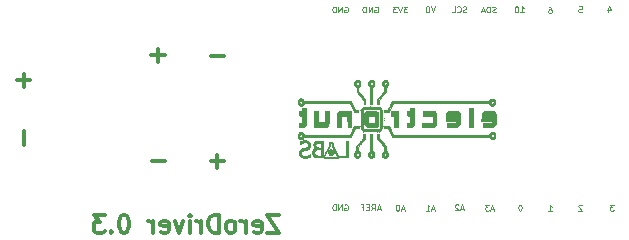
<source format=gbo>
G04 #@! TF.FileFunction,Legend,Bot*
%FSLAX46Y46*%
G04 Gerber Fmt 4.6, Leading zero omitted, Abs format (unit mm)*
G04 Created by KiCad (PCBNEW 4.0.2-stable) date 11/17/2016 12:04:15 PM*
%MOMM*%
G01*
G04 APERTURE LIST*
%ADD10C,0.100000*%
%ADD11C,0.300000*%
%ADD12C,0.090000*%
%ADD13C,0.010000*%
%ADD14R,2.398980X2.398980*%
%ADD15O,2.398980X2.398980*%
%ADD16C,3.400000*%
%ADD17C,1.100000*%
%ADD18C,2.127200*%
%ADD19O,2.127200X2.127200*%
%ADD20R,2.127200X2.432000*%
%ADD21O,2.127200X2.432000*%
%ADD22O,1.450000X1.250000*%
%ADD23O,1.900000X1.250000*%
G04 APERTURE END LIST*
D10*
D11*
X105068572Y-106032857D02*
X106211429Y-106032857D01*
X101191428Y-105987143D02*
X100048571Y-105987143D01*
X100620000Y-106558571D02*
X100620000Y-105415714D01*
D12*
X138704762Y-102012857D02*
X138704762Y-102346190D01*
X138823809Y-101822381D02*
X138942857Y-102179524D01*
X138633333Y-102179524D01*
X136240952Y-101846190D02*
X136479047Y-101846190D01*
X136502857Y-102084286D01*
X136479047Y-102060476D01*
X136431428Y-102036667D01*
X136312381Y-102036667D01*
X136264762Y-102060476D01*
X136240952Y-102084286D01*
X136217143Y-102131905D01*
X136217143Y-102250952D01*
X136240952Y-102298571D01*
X136264762Y-102322381D01*
X136312381Y-102346190D01*
X136431428Y-102346190D01*
X136479047Y-102322381D01*
X136502857Y-102298571D01*
X133714762Y-101916190D02*
X133810000Y-101916190D01*
X133857619Y-101940000D01*
X133881428Y-101963810D01*
X133929047Y-102035238D01*
X133952857Y-102130476D01*
X133952857Y-102320952D01*
X133929047Y-102368571D01*
X133905238Y-102392381D01*
X133857619Y-102416190D01*
X133762381Y-102416190D01*
X133714762Y-102392381D01*
X133690952Y-102368571D01*
X133667143Y-102320952D01*
X133667143Y-102201905D01*
X133690952Y-102154286D01*
X133714762Y-102130476D01*
X133762381Y-102106667D01*
X133857619Y-102106667D01*
X133905238Y-102130476D01*
X133929047Y-102154286D01*
X133952857Y-102201905D01*
X131295238Y-102346190D02*
X131580952Y-102346190D01*
X131438095Y-102346190D02*
X131438095Y-101846190D01*
X131485714Y-101917619D01*
X131533333Y-101965238D01*
X131580952Y-101989048D01*
X130985714Y-101846190D02*
X130938095Y-101846190D01*
X130890476Y-101870000D01*
X130866667Y-101893810D01*
X130842857Y-101941429D01*
X130819048Y-102036667D01*
X130819048Y-102155714D01*
X130842857Y-102250952D01*
X130866667Y-102298571D01*
X130890476Y-102322381D01*
X130938095Y-102346190D01*
X130985714Y-102346190D01*
X131033333Y-102322381D01*
X131057143Y-102298571D01*
X131080952Y-102250952D01*
X131104762Y-102155714D01*
X131104762Y-102036667D01*
X131080952Y-101941429D01*
X131057143Y-101893810D01*
X131033333Y-101870000D01*
X130985714Y-101846190D01*
X129207142Y-102332381D02*
X129135713Y-102356190D01*
X129016666Y-102356190D01*
X128969047Y-102332381D01*
X128945237Y-102308571D01*
X128921428Y-102260952D01*
X128921428Y-102213333D01*
X128945237Y-102165714D01*
X128969047Y-102141905D01*
X129016666Y-102118095D01*
X129111904Y-102094286D01*
X129159523Y-102070476D01*
X129183332Y-102046667D01*
X129207142Y-101999048D01*
X129207142Y-101951429D01*
X129183332Y-101903810D01*
X129159523Y-101880000D01*
X129111904Y-101856190D01*
X128992856Y-101856190D01*
X128921428Y-101880000D01*
X128707142Y-102356190D02*
X128707142Y-101856190D01*
X128588095Y-101856190D01*
X128516666Y-101880000D01*
X128469047Y-101927619D01*
X128445238Y-101975238D01*
X128421428Y-102070476D01*
X128421428Y-102141905D01*
X128445238Y-102237143D01*
X128469047Y-102284762D01*
X128516666Y-102332381D01*
X128588095Y-102356190D01*
X128707142Y-102356190D01*
X128230952Y-102213333D02*
X127992857Y-102213333D01*
X128278571Y-102356190D02*
X128111904Y-101856190D01*
X127945238Y-102356190D01*
X126735238Y-102322381D02*
X126663809Y-102346190D01*
X126544762Y-102346190D01*
X126497143Y-102322381D01*
X126473333Y-102298571D01*
X126449524Y-102250952D01*
X126449524Y-102203333D01*
X126473333Y-102155714D01*
X126497143Y-102131905D01*
X126544762Y-102108095D01*
X126640000Y-102084286D01*
X126687619Y-102060476D01*
X126711428Y-102036667D01*
X126735238Y-101989048D01*
X126735238Y-101941429D01*
X126711428Y-101893810D01*
X126687619Y-101870000D01*
X126640000Y-101846190D01*
X126520952Y-101846190D01*
X126449524Y-101870000D01*
X125949524Y-102298571D02*
X125973334Y-102322381D01*
X126044762Y-102346190D01*
X126092381Y-102346190D01*
X126163810Y-102322381D01*
X126211429Y-102274762D01*
X126235238Y-102227143D01*
X126259048Y-102131905D01*
X126259048Y-102060476D01*
X126235238Y-101965238D01*
X126211429Y-101917619D01*
X126163810Y-101870000D01*
X126092381Y-101846190D01*
X126044762Y-101846190D01*
X125973334Y-101870000D01*
X125949524Y-101893810D01*
X125497143Y-102346190D02*
X125735238Y-102346190D01*
X125735238Y-101846190D01*
X124078571Y-101846190D02*
X123911904Y-102346190D01*
X123745238Y-101846190D01*
X123483333Y-101846190D02*
X123388095Y-101846190D01*
X123340476Y-101870000D01*
X123292857Y-101917619D01*
X123269048Y-102012857D01*
X123269048Y-102179524D01*
X123292857Y-102274762D01*
X123340476Y-102322381D01*
X123388095Y-102346190D01*
X123483333Y-102346190D01*
X123530952Y-102322381D01*
X123578571Y-102274762D01*
X123602381Y-102179524D01*
X123602381Y-102012857D01*
X123578571Y-101917619D01*
X123530952Y-101870000D01*
X123483333Y-101846190D01*
X121739046Y-101856190D02*
X121429523Y-101856190D01*
X121596189Y-102046667D01*
X121524761Y-102046667D01*
X121477142Y-102070476D01*
X121453332Y-102094286D01*
X121429523Y-102141905D01*
X121429523Y-102260952D01*
X121453332Y-102308571D01*
X121477142Y-102332381D01*
X121524761Y-102356190D01*
X121667618Y-102356190D01*
X121715237Y-102332381D01*
X121739046Y-102308571D01*
X121286666Y-101856190D02*
X121119999Y-102356190D01*
X120953333Y-101856190D01*
X120834285Y-101856190D02*
X120524762Y-101856190D01*
X120691428Y-102046667D01*
X120620000Y-102046667D01*
X120572381Y-102070476D01*
X120548571Y-102094286D01*
X120524762Y-102141905D01*
X120524762Y-102260952D01*
X120548571Y-102308571D01*
X120572381Y-102332381D01*
X120620000Y-102356190D01*
X120762857Y-102356190D01*
X120810476Y-102332381D01*
X120834285Y-102308571D01*
X118970953Y-101880000D02*
X119018572Y-101856190D01*
X119090000Y-101856190D01*
X119161429Y-101880000D01*
X119209048Y-101927619D01*
X119232857Y-101975238D01*
X119256667Y-102070476D01*
X119256667Y-102141905D01*
X119232857Y-102237143D01*
X119209048Y-102284762D01*
X119161429Y-102332381D01*
X119090000Y-102356190D01*
X119042381Y-102356190D01*
X118970953Y-102332381D01*
X118947143Y-102308571D01*
X118947143Y-102141905D01*
X119042381Y-102141905D01*
X118732857Y-102356190D02*
X118732857Y-101856190D01*
X118447143Y-102356190D01*
X118447143Y-101856190D01*
X118209047Y-102356190D02*
X118209047Y-101856190D01*
X118090000Y-101856190D01*
X118018571Y-101880000D01*
X117970952Y-101927619D01*
X117947143Y-101975238D01*
X117923333Y-102070476D01*
X117923333Y-102141905D01*
X117947143Y-102237143D01*
X117970952Y-102284762D01*
X118018571Y-102332381D01*
X118090000Y-102356190D01*
X118209047Y-102356190D01*
X116420953Y-101880000D02*
X116468572Y-101856190D01*
X116540000Y-101856190D01*
X116611429Y-101880000D01*
X116659048Y-101927619D01*
X116682857Y-101975238D01*
X116706667Y-102070476D01*
X116706667Y-102141905D01*
X116682857Y-102237143D01*
X116659048Y-102284762D01*
X116611429Y-102332381D01*
X116540000Y-102356190D01*
X116492381Y-102356190D01*
X116420953Y-102332381D01*
X116397143Y-102308571D01*
X116397143Y-102141905D01*
X116492381Y-102141905D01*
X116182857Y-102356190D02*
X116182857Y-101856190D01*
X115897143Y-102356190D01*
X115897143Y-101856190D01*
X115659047Y-102356190D02*
X115659047Y-101856190D01*
X115540000Y-101856190D01*
X115468571Y-101880000D01*
X115420952Y-101927619D01*
X115397143Y-101975238D01*
X115373333Y-102070476D01*
X115373333Y-102141905D01*
X115397143Y-102237143D01*
X115420952Y-102284762D01*
X115468571Y-102332381D01*
X115540000Y-102356190D01*
X115659047Y-102356190D01*
X139186666Y-118626190D02*
X138877143Y-118626190D01*
X139043809Y-118816667D01*
X138972381Y-118816667D01*
X138924762Y-118840476D01*
X138900952Y-118864286D01*
X138877143Y-118911905D01*
X138877143Y-119030952D01*
X138900952Y-119078571D01*
X138924762Y-119102381D01*
X138972381Y-119126190D01*
X139115238Y-119126190D01*
X139162857Y-119102381D01*
X139186666Y-119078571D01*
X136502857Y-118673810D02*
X136479047Y-118650000D01*
X136431428Y-118626190D01*
X136312381Y-118626190D01*
X136264762Y-118650000D01*
X136240952Y-118673810D01*
X136217143Y-118721429D01*
X136217143Y-118769048D01*
X136240952Y-118840476D01*
X136526666Y-119126190D01*
X136217143Y-119126190D01*
X133677143Y-119156190D02*
X133962857Y-119156190D01*
X133820000Y-119156190D02*
X133820000Y-118656190D01*
X133867619Y-118727619D01*
X133915238Y-118775238D01*
X133962857Y-118799048D01*
X131293809Y-118626190D02*
X131246190Y-118626190D01*
X131198571Y-118650000D01*
X131174762Y-118673810D01*
X131150952Y-118721429D01*
X131127143Y-118816667D01*
X131127143Y-118935714D01*
X131150952Y-119030952D01*
X131174762Y-119078571D01*
X131198571Y-119102381D01*
X131246190Y-119126190D01*
X131293809Y-119126190D01*
X131341428Y-119102381D01*
X131365238Y-119078571D01*
X131389047Y-119030952D01*
X131412857Y-118935714D01*
X131412857Y-118816667D01*
X131389047Y-118721429D01*
X131365238Y-118673810D01*
X131341428Y-118650000D01*
X131293809Y-118626190D01*
X129047142Y-118983333D02*
X128809047Y-118983333D01*
X129094761Y-119126190D02*
X128928094Y-118626190D01*
X128761428Y-119126190D01*
X128642380Y-118626190D02*
X128332857Y-118626190D01*
X128499523Y-118816667D01*
X128428095Y-118816667D01*
X128380476Y-118840476D01*
X128356666Y-118864286D01*
X128332857Y-118911905D01*
X128332857Y-119030952D01*
X128356666Y-119078571D01*
X128380476Y-119102381D01*
X128428095Y-119126190D01*
X128570952Y-119126190D01*
X128618571Y-119102381D01*
X128642380Y-119078571D01*
X126487142Y-118963333D02*
X126249047Y-118963333D01*
X126534761Y-119106190D02*
X126368094Y-118606190D01*
X126201428Y-119106190D01*
X126058571Y-118653810D02*
X126034761Y-118630000D01*
X125987142Y-118606190D01*
X125868095Y-118606190D01*
X125820476Y-118630000D01*
X125796666Y-118653810D01*
X125772857Y-118701429D01*
X125772857Y-118749048D01*
X125796666Y-118820476D01*
X126082380Y-119106190D01*
X125772857Y-119106190D01*
X124007142Y-118993333D02*
X123769047Y-118993333D01*
X124054761Y-119136190D02*
X123888094Y-118636190D01*
X123721428Y-119136190D01*
X123292857Y-119136190D02*
X123578571Y-119136190D01*
X123435714Y-119136190D02*
X123435714Y-118636190D01*
X123483333Y-118707619D01*
X123530952Y-118755238D01*
X123578571Y-118779048D01*
X121467142Y-118983333D02*
X121229047Y-118983333D01*
X121514761Y-119126190D02*
X121348094Y-118626190D01*
X121181428Y-119126190D01*
X120919523Y-118626190D02*
X120871904Y-118626190D01*
X120824285Y-118650000D01*
X120800476Y-118673810D01*
X120776666Y-118721429D01*
X120752857Y-118816667D01*
X120752857Y-118935714D01*
X120776666Y-119030952D01*
X120800476Y-119078571D01*
X120824285Y-119102381D01*
X120871904Y-119126190D01*
X120919523Y-119126190D01*
X120967142Y-119102381D01*
X120990952Y-119078571D01*
X121014761Y-119030952D01*
X121038571Y-118935714D01*
X121038571Y-118816667D01*
X121014761Y-118721429D01*
X120990952Y-118673810D01*
X120967142Y-118650000D01*
X120919523Y-118626190D01*
X119419523Y-118973333D02*
X119181428Y-118973333D01*
X119467142Y-119116190D02*
X119300475Y-118616190D01*
X119133809Y-119116190D01*
X118681428Y-119116190D02*
X118848095Y-118878095D01*
X118967142Y-119116190D02*
X118967142Y-118616190D01*
X118776666Y-118616190D01*
X118729047Y-118640000D01*
X118705238Y-118663810D01*
X118681428Y-118711429D01*
X118681428Y-118782857D01*
X118705238Y-118830476D01*
X118729047Y-118854286D01*
X118776666Y-118878095D01*
X118967142Y-118878095D01*
X118467142Y-118854286D02*
X118300476Y-118854286D01*
X118229047Y-119116190D02*
X118467142Y-119116190D01*
X118467142Y-118616190D01*
X118229047Y-118616190D01*
X117848095Y-118854286D02*
X118014761Y-118854286D01*
X118014761Y-119116190D02*
X118014761Y-118616190D01*
X117776666Y-118616190D01*
X116420953Y-118640000D02*
X116468572Y-118616190D01*
X116540000Y-118616190D01*
X116611429Y-118640000D01*
X116659048Y-118687619D01*
X116682857Y-118735238D01*
X116706667Y-118830476D01*
X116706667Y-118901905D01*
X116682857Y-118997143D01*
X116659048Y-119044762D01*
X116611429Y-119092381D01*
X116540000Y-119116190D01*
X116492381Y-119116190D01*
X116420953Y-119092381D01*
X116397143Y-119068571D01*
X116397143Y-118901905D01*
X116492381Y-118901905D01*
X116182857Y-119116190D02*
X116182857Y-118616190D01*
X115897143Y-119116190D01*
X115897143Y-118616190D01*
X115659047Y-119116190D02*
X115659047Y-118616190D01*
X115540000Y-118616190D01*
X115468571Y-118640000D01*
X115420952Y-118687619D01*
X115397143Y-118735238D01*
X115373333Y-118830476D01*
X115373333Y-118901905D01*
X115397143Y-118997143D01*
X115420952Y-119044762D01*
X115468571Y-119092381D01*
X115540000Y-119116190D01*
X115659047Y-119116190D01*
D11*
X100068572Y-114952857D02*
X101211429Y-114952857D01*
X106211428Y-114957143D02*
X105068571Y-114957143D01*
X105640000Y-115528571D02*
X105640000Y-114385714D01*
X89247143Y-112398572D02*
X89247143Y-113541429D01*
X89801428Y-108107143D02*
X88658571Y-108107143D01*
X89230000Y-108678571D02*
X89230000Y-107535714D01*
X110882855Y-119488571D02*
X109882855Y-119488571D01*
X110882855Y-120988571D01*
X109882855Y-120988571D01*
X108739999Y-120917143D02*
X108882856Y-120988571D01*
X109168570Y-120988571D01*
X109311427Y-120917143D01*
X109382856Y-120774286D01*
X109382856Y-120202857D01*
X109311427Y-120060000D01*
X109168570Y-119988571D01*
X108882856Y-119988571D01*
X108739999Y-120060000D01*
X108668570Y-120202857D01*
X108668570Y-120345714D01*
X109382856Y-120488571D01*
X108025713Y-120988571D02*
X108025713Y-119988571D01*
X108025713Y-120274286D02*
X107954285Y-120131429D01*
X107882856Y-120060000D01*
X107739999Y-119988571D01*
X107597142Y-119988571D01*
X106882856Y-120988571D02*
X107025714Y-120917143D01*
X107097142Y-120845714D01*
X107168571Y-120702857D01*
X107168571Y-120274286D01*
X107097142Y-120131429D01*
X107025714Y-120060000D01*
X106882856Y-119988571D01*
X106668571Y-119988571D01*
X106525714Y-120060000D01*
X106454285Y-120131429D01*
X106382856Y-120274286D01*
X106382856Y-120702857D01*
X106454285Y-120845714D01*
X106525714Y-120917143D01*
X106668571Y-120988571D01*
X106882856Y-120988571D01*
X105739999Y-120988571D02*
X105739999Y-119488571D01*
X105382856Y-119488571D01*
X105168571Y-119560000D01*
X105025713Y-119702857D01*
X104954285Y-119845714D01*
X104882856Y-120131429D01*
X104882856Y-120345714D01*
X104954285Y-120631429D01*
X105025713Y-120774286D01*
X105168571Y-120917143D01*
X105382856Y-120988571D01*
X105739999Y-120988571D01*
X104239999Y-120988571D02*
X104239999Y-119988571D01*
X104239999Y-120274286D02*
X104168571Y-120131429D01*
X104097142Y-120060000D01*
X103954285Y-119988571D01*
X103811428Y-119988571D01*
X103311428Y-120988571D02*
X103311428Y-119988571D01*
X103311428Y-119488571D02*
X103382857Y-119560000D01*
X103311428Y-119631429D01*
X103240000Y-119560000D01*
X103311428Y-119488571D01*
X103311428Y-119631429D01*
X102739999Y-119988571D02*
X102382856Y-120988571D01*
X102025714Y-119988571D01*
X100882857Y-120917143D02*
X101025714Y-120988571D01*
X101311428Y-120988571D01*
X101454285Y-120917143D01*
X101525714Y-120774286D01*
X101525714Y-120202857D01*
X101454285Y-120060000D01*
X101311428Y-119988571D01*
X101025714Y-119988571D01*
X100882857Y-120060000D01*
X100811428Y-120202857D01*
X100811428Y-120345714D01*
X101525714Y-120488571D01*
X100168571Y-120988571D02*
X100168571Y-119988571D01*
X100168571Y-120274286D02*
X100097143Y-120131429D01*
X100025714Y-120060000D01*
X99882857Y-119988571D01*
X99740000Y-119988571D01*
X97811429Y-119488571D02*
X97668572Y-119488571D01*
X97525715Y-119560000D01*
X97454286Y-119631429D01*
X97382857Y-119774286D01*
X97311429Y-120060000D01*
X97311429Y-120417143D01*
X97382857Y-120702857D01*
X97454286Y-120845714D01*
X97525715Y-120917143D01*
X97668572Y-120988571D01*
X97811429Y-120988571D01*
X97954286Y-120917143D01*
X98025715Y-120845714D01*
X98097143Y-120702857D01*
X98168572Y-120417143D01*
X98168572Y-120060000D01*
X98097143Y-119774286D01*
X98025715Y-119631429D01*
X97954286Y-119560000D01*
X97811429Y-119488571D01*
X96668572Y-120845714D02*
X96597144Y-120917143D01*
X96668572Y-120988571D01*
X96740001Y-120917143D01*
X96668572Y-120845714D01*
X96668572Y-120988571D01*
X96097143Y-119488571D02*
X95168572Y-119488571D01*
X95668572Y-120060000D01*
X95454286Y-120060000D01*
X95311429Y-120131429D01*
X95240000Y-120202857D01*
X95168572Y-120345714D01*
X95168572Y-120702857D01*
X95240000Y-120845714D01*
X95311429Y-120917143D01*
X95454286Y-120988571D01*
X95882858Y-120988571D01*
X96025715Y-120917143D01*
X96097143Y-120845714D01*
D13*
G36*
X119171369Y-112841084D02*
X119175989Y-113033700D01*
X119315370Y-113199032D01*
X119358974Y-113250676D01*
X119409594Y-113310497D01*
X119464141Y-113374856D01*
X119519526Y-113440109D01*
X119572662Y-113502615D01*
X119615416Y-113552817D01*
X119776081Y-113741270D01*
X119774166Y-113903769D01*
X119772250Y-114066267D01*
X119722862Y-114098613D01*
X119674817Y-114134880D01*
X119638031Y-114174358D01*
X119609654Y-114220388D01*
X119599067Y-114243648D01*
X119588457Y-114271320D01*
X119582171Y-114295533D01*
X119579125Y-114322701D01*
X119578237Y-114359238D01*
X119578223Y-114367044D01*
X119580706Y-114426466D01*
X119589031Y-114475215D01*
X119604511Y-114518659D01*
X119624383Y-114555597D01*
X119664081Y-114606811D01*
X119712137Y-114645782D01*
X119766273Y-114671397D01*
X119824212Y-114682542D01*
X119877418Y-114679336D01*
X119929167Y-114661950D01*
X119979015Y-114630488D01*
X120023842Y-114587744D01*
X120060531Y-114536514D01*
X120079081Y-114498646D01*
X120093355Y-114446401D01*
X120097432Y-114400130D01*
X119963818Y-114400130D01*
X119952449Y-114441133D01*
X119930676Y-114475702D01*
X119899733Y-114501623D01*
X119860856Y-114516684D01*
X119832156Y-114519600D01*
X119801763Y-114516981D01*
X119778937Y-114507922D01*
X119768651Y-114500550D01*
X119740705Y-114472663D01*
X119723787Y-114441511D01*
X119715527Y-114401947D01*
X119714086Y-114381926D01*
X119716921Y-114329605D01*
X119730503Y-114288213D01*
X119754646Y-114257971D01*
X119789166Y-114239099D01*
X119833878Y-114231818D01*
X119839889Y-114231734D01*
X119880665Y-114236482D01*
X119911921Y-114251859D01*
X119936127Y-114279560D01*
X119950403Y-114307679D01*
X119963548Y-114354908D01*
X119963818Y-114400130D01*
X120097432Y-114400130D01*
X120098615Y-114386717D01*
X120095087Y-114324954D01*
X120082997Y-114266475D01*
X120067668Y-114226388D01*
X120043277Y-114186728D01*
X120010212Y-114146895D01*
X119973183Y-114112071D01*
X119946049Y-114092603D01*
X119909834Y-114070582D01*
X119909115Y-113869641D01*
X119908395Y-113668700D01*
X119311129Y-112974434D01*
X119310621Y-112811450D01*
X119310112Y-112648467D01*
X119166750Y-112648467D01*
X119171369Y-112841084D01*
X119171369Y-112841084D01*
G37*
X119171369Y-112841084D02*
X119175989Y-113033700D01*
X119315370Y-113199032D01*
X119358974Y-113250676D01*
X119409594Y-113310497D01*
X119464141Y-113374856D01*
X119519526Y-113440109D01*
X119572662Y-113502615D01*
X119615416Y-113552817D01*
X119776081Y-113741270D01*
X119774166Y-113903769D01*
X119772250Y-114066267D01*
X119722862Y-114098613D01*
X119674817Y-114134880D01*
X119638031Y-114174358D01*
X119609654Y-114220388D01*
X119599067Y-114243648D01*
X119588457Y-114271320D01*
X119582171Y-114295533D01*
X119579125Y-114322701D01*
X119578237Y-114359238D01*
X119578223Y-114367044D01*
X119580706Y-114426466D01*
X119589031Y-114475215D01*
X119604511Y-114518659D01*
X119624383Y-114555597D01*
X119664081Y-114606811D01*
X119712137Y-114645782D01*
X119766273Y-114671397D01*
X119824212Y-114682542D01*
X119877418Y-114679336D01*
X119929167Y-114661950D01*
X119979015Y-114630488D01*
X120023842Y-114587744D01*
X120060531Y-114536514D01*
X120079081Y-114498646D01*
X120093355Y-114446401D01*
X120097432Y-114400130D01*
X119963818Y-114400130D01*
X119952449Y-114441133D01*
X119930676Y-114475702D01*
X119899733Y-114501623D01*
X119860856Y-114516684D01*
X119832156Y-114519600D01*
X119801763Y-114516981D01*
X119778937Y-114507922D01*
X119768651Y-114500550D01*
X119740705Y-114472663D01*
X119723787Y-114441511D01*
X119715527Y-114401947D01*
X119714086Y-114381926D01*
X119716921Y-114329605D01*
X119730503Y-114288213D01*
X119754646Y-114257971D01*
X119789166Y-114239099D01*
X119833878Y-114231818D01*
X119839889Y-114231734D01*
X119880665Y-114236482D01*
X119911921Y-114251859D01*
X119936127Y-114279560D01*
X119950403Y-114307679D01*
X119963548Y-114354908D01*
X119963818Y-114400130D01*
X120097432Y-114400130D01*
X120098615Y-114386717D01*
X120095087Y-114324954D01*
X120082997Y-114266475D01*
X120067668Y-114226388D01*
X120043277Y-114186728D01*
X120010212Y-114146895D01*
X119973183Y-114112071D01*
X119946049Y-114092603D01*
X119909834Y-114070582D01*
X119909115Y-113869641D01*
X119908395Y-113668700D01*
X119311129Y-112974434D01*
X119310621Y-112811450D01*
X119310112Y-112648467D01*
X119166750Y-112648467D01*
X119171369Y-112841084D01*
G36*
X118595777Y-113365827D02*
X118593973Y-114066253D01*
X118544584Y-114098183D01*
X118492120Y-114140021D01*
X118451223Y-114190649D01*
X118421859Y-114248667D01*
X118412488Y-114275187D01*
X118406906Y-114300167D01*
X118404205Y-114329674D01*
X118403478Y-114369774D01*
X118403477Y-114371560D01*
X118403984Y-114410428D01*
X118406248Y-114438733D01*
X118411378Y-114462828D01*
X118420482Y-114489064D01*
X118426663Y-114504465D01*
X118458215Y-114563648D01*
X118498949Y-114612179D01*
X118546785Y-114648794D01*
X118599641Y-114672228D01*
X118655438Y-114681218D01*
X118708200Y-114675495D01*
X118767048Y-114652885D01*
X118819439Y-114616224D01*
X118863618Y-114567105D01*
X118897834Y-114507123D01*
X118900761Y-114500300D01*
X118911214Y-114473357D01*
X118917575Y-114450156D01*
X118920831Y-114424718D01*
X118921970Y-114391063D01*
X118921988Y-114386888D01*
X118787478Y-114386888D01*
X118779711Y-114429163D01*
X118762303Y-114467033D01*
X118735245Y-114497131D01*
X118723233Y-114505361D01*
X118697197Y-114514990D01*
X118665286Y-114518885D01*
X118633606Y-114516926D01*
X118608261Y-114508994D01*
X118605970Y-114507656D01*
X118580391Y-114485770D01*
X118557349Y-114456101D01*
X118542021Y-114425384D01*
X118541505Y-114423799D01*
X118533457Y-114377636D01*
X118537655Y-114334305D01*
X118552259Y-114295669D01*
X118575427Y-114263586D01*
X118605320Y-114239919D01*
X118640094Y-114226526D01*
X118677910Y-114225270D01*
X118716926Y-114238011D01*
X118722373Y-114241013D01*
X118753054Y-114267269D01*
X118774139Y-114302576D01*
X118785618Y-114343570D01*
X118787478Y-114386888D01*
X118921988Y-114386888D01*
X118922056Y-114371434D01*
X118921552Y-114332068D01*
X118919380Y-114303636D01*
X118914553Y-114280159D01*
X118906083Y-114255658D01*
X118900761Y-114242567D01*
X118872038Y-114189339D01*
X118833866Y-114141548D01*
X118790306Y-114103888D01*
X118770148Y-114091561D01*
X118731556Y-114071080D01*
X118731556Y-112665400D01*
X118597582Y-112665400D01*
X118595777Y-113365827D01*
X118595777Y-113365827D01*
G37*
X118595777Y-113365827D02*
X118593973Y-114066253D01*
X118544584Y-114098183D01*
X118492120Y-114140021D01*
X118451223Y-114190649D01*
X118421859Y-114248667D01*
X118412488Y-114275187D01*
X118406906Y-114300167D01*
X118404205Y-114329674D01*
X118403478Y-114369774D01*
X118403477Y-114371560D01*
X118403984Y-114410428D01*
X118406248Y-114438733D01*
X118411378Y-114462828D01*
X118420482Y-114489064D01*
X118426663Y-114504465D01*
X118458215Y-114563648D01*
X118498949Y-114612179D01*
X118546785Y-114648794D01*
X118599641Y-114672228D01*
X118655438Y-114681218D01*
X118708200Y-114675495D01*
X118767048Y-114652885D01*
X118819439Y-114616224D01*
X118863618Y-114567105D01*
X118897834Y-114507123D01*
X118900761Y-114500300D01*
X118911214Y-114473357D01*
X118917575Y-114450156D01*
X118920831Y-114424718D01*
X118921970Y-114391063D01*
X118921988Y-114386888D01*
X118787478Y-114386888D01*
X118779711Y-114429163D01*
X118762303Y-114467033D01*
X118735245Y-114497131D01*
X118723233Y-114505361D01*
X118697197Y-114514990D01*
X118665286Y-114518885D01*
X118633606Y-114516926D01*
X118608261Y-114508994D01*
X118605970Y-114507656D01*
X118580391Y-114485770D01*
X118557349Y-114456101D01*
X118542021Y-114425384D01*
X118541505Y-114423799D01*
X118533457Y-114377636D01*
X118537655Y-114334305D01*
X118552259Y-114295669D01*
X118575427Y-114263586D01*
X118605320Y-114239919D01*
X118640094Y-114226526D01*
X118677910Y-114225270D01*
X118716926Y-114238011D01*
X118722373Y-114241013D01*
X118753054Y-114267269D01*
X118774139Y-114302576D01*
X118785618Y-114343570D01*
X118787478Y-114386888D01*
X118921988Y-114386888D01*
X118922056Y-114371434D01*
X118921552Y-114332068D01*
X118919380Y-114303636D01*
X118914553Y-114280159D01*
X118906083Y-114255658D01*
X118900761Y-114242567D01*
X118872038Y-114189339D01*
X118833866Y-114141548D01*
X118790306Y-114103888D01*
X118770148Y-114091561D01*
X118731556Y-114071080D01*
X118731556Y-112665400D01*
X118597582Y-112665400D01*
X118595777Y-113365827D01*
G36*
X118011889Y-112970103D02*
X117851375Y-113158270D01*
X117803116Y-113214919D01*
X117750125Y-113277250D01*
X117695431Y-113341693D01*
X117642061Y-113404677D01*
X117593045Y-113462632D01*
X117555132Y-113507569D01*
X117419402Y-113668700D01*
X117414655Y-113870328D01*
X117409909Y-114071955D01*
X117374580Y-114093438D01*
X117333438Y-114125193D01*
X117294281Y-114167494D01*
X117261563Y-114215048D01*
X117245797Y-114246418D01*
X117235889Y-114271625D01*
X117229793Y-114293601D01*
X117226627Y-114317949D01*
X117225511Y-114350268D01*
X117225458Y-114375667D01*
X117228168Y-114434133D01*
X117237037Y-114481659D01*
X117253821Y-114523390D01*
X117280273Y-114564473D01*
X117297037Y-114585615D01*
X117345547Y-114632847D01*
X117399319Y-114664449D01*
X117457683Y-114680140D01*
X117519494Y-114679701D01*
X117571729Y-114664613D01*
X117622443Y-114634469D01*
X117668675Y-114591060D01*
X117671526Y-114587738D01*
X117701357Y-114548114D01*
X117721774Y-114508931D01*
X117734455Y-114465349D01*
X117741077Y-114412532D01*
X117742586Y-114382748D01*
X117743204Y-114356881D01*
X117608245Y-114356881D01*
X117606514Y-114409165D01*
X117594051Y-114451538D01*
X117570344Y-114484693D01*
X117534884Y-114509325D01*
X117487158Y-114526126D01*
X117482723Y-114527169D01*
X117474316Y-114525649D01*
X117457566Y-114520876D01*
X117450973Y-114518782D01*
X117417921Y-114500430D01*
X117390866Y-114470916D01*
X117370972Y-114433713D01*
X117359402Y-114392292D01*
X117357322Y-114350127D01*
X117365894Y-114310690D01*
X117375045Y-114292256D01*
X117397253Y-114262898D01*
X117422139Y-114244820D01*
X117454000Y-114235481D01*
X117474821Y-114233229D01*
X117511680Y-114233479D01*
X117539996Y-114241433D01*
X117564546Y-114259201D01*
X117584578Y-114281769D01*
X117597564Y-114301622D01*
X117604678Y-114323845D01*
X117608164Y-114355564D01*
X117608245Y-114356881D01*
X117743204Y-114356881D01*
X117743542Y-114342773D01*
X117742751Y-114314291D01*
X117739581Y-114291910D01*
X117733398Y-114270242D01*
X117727429Y-114253902D01*
X117698320Y-114196062D01*
X117658965Y-114144977D01*
X117612906Y-114104981D01*
X117598004Y-114095617D01*
X117553278Y-114070002D01*
X117553278Y-113734462D01*
X117738482Y-113515315D01*
X117786859Y-113458086D01*
X117837443Y-113398269D01*
X117888034Y-113338467D01*
X117936431Y-113281280D01*
X117980431Y-113229309D01*
X118017835Y-113185157D01*
X118035255Y-113164608D01*
X118146823Y-113033049D01*
X118151008Y-112844991D01*
X118155192Y-112656934D01*
X118011889Y-112656934D01*
X118011889Y-112970103D01*
X118011889Y-112970103D01*
G37*
X118011889Y-112970103D02*
X117851375Y-113158270D01*
X117803116Y-113214919D01*
X117750125Y-113277250D01*
X117695431Y-113341693D01*
X117642061Y-113404677D01*
X117593045Y-113462632D01*
X117555132Y-113507569D01*
X117419402Y-113668700D01*
X117414655Y-113870328D01*
X117409909Y-114071955D01*
X117374580Y-114093438D01*
X117333438Y-114125193D01*
X117294281Y-114167494D01*
X117261563Y-114215048D01*
X117245797Y-114246418D01*
X117235889Y-114271625D01*
X117229793Y-114293601D01*
X117226627Y-114317949D01*
X117225511Y-114350268D01*
X117225458Y-114375667D01*
X117228168Y-114434133D01*
X117237037Y-114481659D01*
X117253821Y-114523390D01*
X117280273Y-114564473D01*
X117297037Y-114585615D01*
X117345547Y-114632847D01*
X117399319Y-114664449D01*
X117457683Y-114680140D01*
X117519494Y-114679701D01*
X117571729Y-114664613D01*
X117622443Y-114634469D01*
X117668675Y-114591060D01*
X117671526Y-114587738D01*
X117701357Y-114548114D01*
X117721774Y-114508931D01*
X117734455Y-114465349D01*
X117741077Y-114412532D01*
X117742586Y-114382748D01*
X117743204Y-114356881D01*
X117608245Y-114356881D01*
X117606514Y-114409165D01*
X117594051Y-114451538D01*
X117570344Y-114484693D01*
X117534884Y-114509325D01*
X117487158Y-114526126D01*
X117482723Y-114527169D01*
X117474316Y-114525649D01*
X117457566Y-114520876D01*
X117450973Y-114518782D01*
X117417921Y-114500430D01*
X117390866Y-114470916D01*
X117370972Y-114433713D01*
X117359402Y-114392292D01*
X117357322Y-114350127D01*
X117365894Y-114310690D01*
X117375045Y-114292256D01*
X117397253Y-114262898D01*
X117422139Y-114244820D01*
X117454000Y-114235481D01*
X117474821Y-114233229D01*
X117511680Y-114233479D01*
X117539996Y-114241433D01*
X117564546Y-114259201D01*
X117584578Y-114281769D01*
X117597564Y-114301622D01*
X117604678Y-114323845D01*
X117608164Y-114355564D01*
X117608245Y-114356881D01*
X117743204Y-114356881D01*
X117743542Y-114342773D01*
X117742751Y-114314291D01*
X117739581Y-114291910D01*
X117733398Y-114270242D01*
X117727429Y-114253902D01*
X117698320Y-114196062D01*
X117658965Y-114144977D01*
X117612906Y-114104981D01*
X117598004Y-114095617D01*
X117553278Y-114070002D01*
X117553278Y-113734462D01*
X117738482Y-113515315D01*
X117786859Y-113458086D01*
X117837443Y-113398269D01*
X117888034Y-113338467D01*
X117936431Y-113281280D01*
X117980431Y-113229309D01*
X118017835Y-113185157D01*
X118035255Y-113164608D01*
X118146823Y-113033049D01*
X118151008Y-112844991D01*
X118155192Y-112656934D01*
X118011889Y-112656934D01*
X118011889Y-112970103D01*
G36*
X113005907Y-113192174D02*
X112985258Y-113192892D01*
X112923618Y-113195966D01*
X112872018Y-113200666D01*
X112826405Y-113207775D01*
X112782727Y-113218081D01*
X112736930Y-113232367D01*
X112686709Y-113250749D01*
X112621445Y-113275795D01*
X112621445Y-113505263D01*
X112644375Y-113486921D01*
X112682856Y-113459717D01*
X112730185Y-113431673D01*
X112781392Y-113405388D01*
X112831510Y-113383460D01*
X112864862Y-113371602D01*
X112916616Y-113358934D01*
X112972932Y-113350854D01*
X113029593Y-113347564D01*
X113082382Y-113349263D01*
X113127079Y-113356151D01*
X113136500Y-113358709D01*
X113193248Y-113381635D01*
X113240854Y-113412775D01*
X113277990Y-113450934D01*
X113303326Y-113494916D01*
X113310114Y-113514784D01*
X113318287Y-113567597D01*
X113315297Y-113621615D01*
X113302045Y-113672538D01*
X113279434Y-113716066D01*
X113264045Y-113734584D01*
X113246751Y-113748779D01*
X113223073Y-113762245D01*
X113191519Y-113775529D01*
X113150596Y-113789180D01*
X113098811Y-113803746D01*
X113034670Y-113819775D01*
X113027139Y-113821570D01*
X112948577Y-113840866D01*
X112882453Y-113858699D01*
X112827206Y-113875730D01*
X112781277Y-113892621D01*
X112743105Y-113910033D01*
X112711128Y-113928630D01*
X112683786Y-113949073D01*
X112659519Y-113972024D01*
X112651280Y-113980976D01*
X112613720Y-114034322D01*
X112587180Y-114096359D01*
X112571911Y-114164834D01*
X112568164Y-114237497D01*
X112576188Y-114312096D01*
X112596235Y-114386379D01*
X112603919Y-114406525D01*
X112638401Y-114472034D01*
X112685569Y-114530497D01*
X112745189Y-114581685D01*
X112817030Y-114625371D01*
X112837373Y-114635329D01*
X112853543Y-114642649D01*
X112868188Y-114648245D01*
X112883550Y-114652386D01*
X112901867Y-114655341D01*
X112925380Y-114657378D01*
X112956330Y-114658767D01*
X112996955Y-114659777D01*
X113048306Y-114660658D01*
X113103849Y-114661330D01*
X113147761Y-114661282D01*
X113182511Y-114660370D01*
X113210572Y-114658448D01*
X113234413Y-114655368D01*
X113256507Y-114650984D01*
X113270556Y-114647510D01*
X113303226Y-114637929D01*
X113343234Y-114624692D01*
X113384624Y-114609828D01*
X113409903Y-114600071D01*
X113489278Y-114568344D01*
X113490801Y-114491055D01*
X113491417Y-114437651D01*
X113491057Y-114393124D01*
X113489790Y-114359732D01*
X113487682Y-114339738D01*
X113486174Y-114335253D01*
X113479279Y-114337684D01*
X113464551Y-114347666D01*
X113450595Y-114358632D01*
X113377260Y-114410542D01*
X113296425Y-114452436D01*
X113211175Y-114483369D01*
X113124599Y-114502391D01*
X113039784Y-114508556D01*
X112977373Y-114503908D01*
X112908192Y-114488827D01*
X112851264Y-114465641D01*
X112806331Y-114434079D01*
X112773138Y-114393868D01*
X112751426Y-114344738D01*
X112740938Y-114286416D01*
X112739828Y-114253126D01*
X112742360Y-114206266D01*
X112750168Y-114170699D01*
X112764969Y-114141328D01*
X112786312Y-114115325D01*
X112802576Y-114100397D01*
X112822334Y-114086955D01*
X112847255Y-114074370D01*
X112879009Y-114062012D01*
X112919264Y-114049253D01*
X112969688Y-114035461D01*
X113031951Y-114020009D01*
X113051151Y-114015437D01*
X113099104Y-114003856D01*
X113144507Y-113992443D01*
X113184807Y-113981875D01*
X113217446Y-113972829D01*
X113239872Y-113965981D01*
X113245718Y-113963890D01*
X113315384Y-113929524D01*
X113373492Y-113885904D01*
X113419816Y-113833436D01*
X113454131Y-113772523D01*
X113476212Y-113703569D01*
X113485834Y-113626981D01*
X113482771Y-113543162D01*
X113482315Y-113539082D01*
X113469391Y-113470748D01*
X113446547Y-113411467D01*
X113412072Y-113357325D01*
X113392558Y-113333877D01*
X113339409Y-113284371D01*
X113276966Y-113243403D01*
X113209044Y-113213250D01*
X113172230Y-113202457D01*
X113146118Y-113196980D01*
X113119542Y-113193373D01*
X113089388Y-113191475D01*
X113052548Y-113191128D01*
X113005907Y-113192174D01*
X113005907Y-113192174D01*
G37*
X113005907Y-113192174D02*
X112985258Y-113192892D01*
X112923618Y-113195966D01*
X112872018Y-113200666D01*
X112826405Y-113207775D01*
X112782727Y-113218081D01*
X112736930Y-113232367D01*
X112686709Y-113250749D01*
X112621445Y-113275795D01*
X112621445Y-113505263D01*
X112644375Y-113486921D01*
X112682856Y-113459717D01*
X112730185Y-113431673D01*
X112781392Y-113405388D01*
X112831510Y-113383460D01*
X112864862Y-113371602D01*
X112916616Y-113358934D01*
X112972932Y-113350854D01*
X113029593Y-113347564D01*
X113082382Y-113349263D01*
X113127079Y-113356151D01*
X113136500Y-113358709D01*
X113193248Y-113381635D01*
X113240854Y-113412775D01*
X113277990Y-113450934D01*
X113303326Y-113494916D01*
X113310114Y-113514784D01*
X113318287Y-113567597D01*
X113315297Y-113621615D01*
X113302045Y-113672538D01*
X113279434Y-113716066D01*
X113264045Y-113734584D01*
X113246751Y-113748779D01*
X113223073Y-113762245D01*
X113191519Y-113775529D01*
X113150596Y-113789180D01*
X113098811Y-113803746D01*
X113034670Y-113819775D01*
X113027139Y-113821570D01*
X112948577Y-113840866D01*
X112882453Y-113858699D01*
X112827206Y-113875730D01*
X112781277Y-113892621D01*
X112743105Y-113910033D01*
X112711128Y-113928630D01*
X112683786Y-113949073D01*
X112659519Y-113972024D01*
X112651280Y-113980976D01*
X112613720Y-114034322D01*
X112587180Y-114096359D01*
X112571911Y-114164834D01*
X112568164Y-114237497D01*
X112576188Y-114312096D01*
X112596235Y-114386379D01*
X112603919Y-114406525D01*
X112638401Y-114472034D01*
X112685569Y-114530497D01*
X112745189Y-114581685D01*
X112817030Y-114625371D01*
X112837373Y-114635329D01*
X112853543Y-114642649D01*
X112868188Y-114648245D01*
X112883550Y-114652386D01*
X112901867Y-114655341D01*
X112925380Y-114657378D01*
X112956330Y-114658767D01*
X112996955Y-114659777D01*
X113048306Y-114660658D01*
X113103849Y-114661330D01*
X113147761Y-114661282D01*
X113182511Y-114660370D01*
X113210572Y-114658448D01*
X113234413Y-114655368D01*
X113256507Y-114650984D01*
X113270556Y-114647510D01*
X113303226Y-114637929D01*
X113343234Y-114624692D01*
X113384624Y-114609828D01*
X113409903Y-114600071D01*
X113489278Y-114568344D01*
X113490801Y-114491055D01*
X113491417Y-114437651D01*
X113491057Y-114393124D01*
X113489790Y-114359732D01*
X113487682Y-114339738D01*
X113486174Y-114335253D01*
X113479279Y-114337684D01*
X113464551Y-114347666D01*
X113450595Y-114358632D01*
X113377260Y-114410542D01*
X113296425Y-114452436D01*
X113211175Y-114483369D01*
X113124599Y-114502391D01*
X113039784Y-114508556D01*
X112977373Y-114503908D01*
X112908192Y-114488827D01*
X112851264Y-114465641D01*
X112806331Y-114434079D01*
X112773138Y-114393868D01*
X112751426Y-114344738D01*
X112740938Y-114286416D01*
X112739828Y-114253126D01*
X112742360Y-114206266D01*
X112750168Y-114170699D01*
X112764969Y-114141328D01*
X112786312Y-114115325D01*
X112802576Y-114100397D01*
X112822334Y-114086955D01*
X112847255Y-114074370D01*
X112879009Y-114062012D01*
X112919264Y-114049253D01*
X112969688Y-114035461D01*
X113031951Y-114020009D01*
X113051151Y-114015437D01*
X113099104Y-114003856D01*
X113144507Y-113992443D01*
X113184807Y-113981875D01*
X113217446Y-113972829D01*
X113239872Y-113965981D01*
X113245718Y-113963890D01*
X113315384Y-113929524D01*
X113373492Y-113885904D01*
X113419816Y-113833436D01*
X113454131Y-113772523D01*
X113476212Y-113703569D01*
X113485834Y-113626981D01*
X113482771Y-113543162D01*
X113482315Y-113539082D01*
X113469391Y-113470748D01*
X113446547Y-113411467D01*
X113412072Y-113357325D01*
X113392558Y-113333877D01*
X113339409Y-113284371D01*
X113276966Y-113243403D01*
X113209044Y-113213250D01*
X113172230Y-113202457D01*
X113146118Y-113196980D01*
X113119542Y-113193373D01*
X113089388Y-113191475D01*
X113052548Y-113191128D01*
X113005907Y-113192174D01*
G36*
X115268049Y-113334206D02*
X115247942Y-113334267D01*
X115126167Y-113334267D01*
X115126167Y-113619002D01*
X115081369Y-113703118D01*
X115068257Y-113727520D01*
X115048382Y-113764219D01*
X115022746Y-113811372D01*
X114992355Y-113867140D01*
X114958213Y-113929681D01*
X114921322Y-113997154D01*
X114882688Y-114067720D01*
X114848536Y-114130018D01*
X114660500Y-114472803D01*
X114660500Y-114646600D01*
X115852889Y-114646600D01*
X115852889Y-114586144D01*
X115811527Y-114586144D01*
X115811354Y-114597776D01*
X115811339Y-114597917D01*
X115804336Y-114598912D01*
X115784286Y-114599859D01*
X115752255Y-114600746D01*
X115709307Y-114601561D01*
X115656507Y-114602291D01*
X115594920Y-114602926D01*
X115525610Y-114603452D01*
X115449642Y-114603857D01*
X115368081Y-114604130D01*
X115281992Y-114604258D01*
X115253167Y-114604267D01*
X114695778Y-114604267D01*
X114695778Y-114486720D01*
X114928612Y-114062655D01*
X115161445Y-113638591D01*
X115161445Y-113376122D01*
X115355473Y-113380834D01*
X115359000Y-113520534D01*
X115362528Y-113660234D01*
X115809128Y-114473084D01*
X115810625Y-114532325D01*
X115811266Y-114562689D01*
X115811527Y-114586144D01*
X115852889Y-114586144D01*
X115852889Y-114474565D01*
X115395549Y-113641111D01*
X115393126Y-113506739D01*
X115392230Y-113448594D01*
X115390726Y-113405182D01*
X115386813Y-113374361D01*
X115378690Y-113353990D01*
X115364554Y-113341930D01*
X115342603Y-113336040D01*
X115311035Y-113334179D01*
X115268049Y-113334206D01*
X115268049Y-113334206D01*
G37*
X115268049Y-113334206D02*
X115247942Y-113334267D01*
X115126167Y-113334267D01*
X115126167Y-113619002D01*
X115081369Y-113703118D01*
X115068257Y-113727520D01*
X115048382Y-113764219D01*
X115022746Y-113811372D01*
X114992355Y-113867140D01*
X114958213Y-113929681D01*
X114921322Y-113997154D01*
X114882688Y-114067720D01*
X114848536Y-114130018D01*
X114660500Y-114472803D01*
X114660500Y-114646600D01*
X115852889Y-114646600D01*
X115852889Y-114586144D01*
X115811527Y-114586144D01*
X115811354Y-114597776D01*
X115811339Y-114597917D01*
X115804336Y-114598912D01*
X115784286Y-114599859D01*
X115752255Y-114600746D01*
X115709307Y-114601561D01*
X115656507Y-114602291D01*
X115594920Y-114602926D01*
X115525610Y-114603452D01*
X115449642Y-114603857D01*
X115368081Y-114604130D01*
X115281992Y-114604258D01*
X115253167Y-114604267D01*
X114695778Y-114604267D01*
X114695778Y-114486720D01*
X114928612Y-114062655D01*
X115161445Y-113638591D01*
X115161445Y-113376122D01*
X115355473Y-113380834D01*
X115359000Y-113520534D01*
X115362528Y-113660234D01*
X115809128Y-114473084D01*
X115810625Y-114532325D01*
X115811266Y-114562689D01*
X115811527Y-114586144D01*
X115852889Y-114586144D01*
X115852889Y-114474565D01*
X115395549Y-113641111D01*
X115393126Y-113506739D01*
X115392230Y-113448594D01*
X115390726Y-113405182D01*
X115386813Y-113374361D01*
X115378690Y-113353990D01*
X115364554Y-113341930D01*
X115342603Y-113336040D01*
X115311035Y-113334179D01*
X115268049Y-113334206D01*
G36*
X116528504Y-113848617D02*
X116526695Y-114473034D01*
X116228598Y-114475242D01*
X115930500Y-114477451D01*
X115930500Y-114638133D01*
X116685445Y-114638133D01*
X116685445Y-113224200D01*
X116530314Y-113224200D01*
X116528504Y-113848617D01*
X116528504Y-113848617D01*
G37*
X116528504Y-113848617D02*
X116526695Y-114473034D01*
X116228598Y-114475242D01*
X115930500Y-114477451D01*
X115930500Y-114638133D01*
X116685445Y-114638133D01*
X116685445Y-113224200D01*
X116530314Y-113224200D01*
X116528504Y-113848617D01*
G36*
X114302431Y-113222337D02*
X114231515Y-113223008D01*
X114173190Y-113223716D01*
X114125938Y-113224554D01*
X114088239Y-113225616D01*
X114058574Y-113226996D01*
X114035424Y-113228788D01*
X114017269Y-113231087D01*
X114002590Y-113233986D01*
X113989867Y-113237579D01*
X113977583Y-113241960D01*
X113976112Y-113242525D01*
X113915821Y-113270183D01*
X113868069Y-113302226D01*
X113831526Y-113339922D01*
X113804863Y-113384536D01*
X113792321Y-113417458D01*
X113785043Y-113443782D01*
X113780855Y-113469104D01*
X113779248Y-113498943D01*
X113779711Y-113538818D01*
X113780062Y-113550167D01*
X113784189Y-113606883D01*
X113793491Y-113654299D01*
X113809580Y-113695744D01*
X113834068Y-113734548D01*
X113868565Y-113774042D01*
X113905432Y-113809259D01*
X113929761Y-113831284D01*
X113901783Y-113842172D01*
X113837984Y-113874109D01*
X113782604Y-113916402D01*
X113737191Y-113967575D01*
X113703289Y-114026155D01*
X113699397Y-114035234D01*
X113690077Y-114058564D01*
X113683668Y-114077838D01*
X113679627Y-114097082D01*
X113677407Y-114120319D01*
X113676464Y-114151576D01*
X113676253Y-114194876D01*
X113676250Y-114206132D01*
X113676400Y-114252811D01*
X113677195Y-114286597D01*
X113679154Y-114311528D01*
X113682796Y-114331644D01*
X113688640Y-114350984D01*
X113697204Y-114373587D01*
X113698026Y-114375667D01*
X113733416Y-114445608D01*
X113780333Y-114506127D01*
X113838332Y-114556765D01*
X113906967Y-114597064D01*
X113917963Y-114602105D01*
X113932951Y-114608425D01*
X113947449Y-114613450D01*
X113963430Y-114617410D01*
X113982865Y-114620533D01*
X114007726Y-114623047D01*
X114039985Y-114625182D01*
X114081614Y-114627166D01*
X114134584Y-114629229D01*
X114159556Y-114630133D01*
X114218318Y-114632093D01*
X114279529Y-114633883D01*
X114339653Y-114635416D01*
X114395153Y-114636608D01*
X114442493Y-114637373D01*
X114468237Y-114637605D01*
X114582889Y-114638133D01*
X114582889Y-114333751D01*
X114426476Y-114333751D01*
X114426345Y-114385323D01*
X114425992Y-114427262D01*
X114425428Y-114457379D01*
X114424667Y-114473483D01*
X114424373Y-114475356D01*
X114420314Y-114479245D01*
X114409956Y-114481834D01*
X114391648Y-114483195D01*
X114363742Y-114483398D01*
X114324587Y-114482516D01*
X114288446Y-114481247D01*
X114239728Y-114479097D01*
X114189426Y-114476392D01*
X114141784Y-114473394D01*
X114101045Y-114470364D01*
X114078975Y-114468369D01*
X114014819Y-114457416D01*
X113961772Y-114438290D01*
X113918278Y-114410281D01*
X113890373Y-114382283D01*
X113866964Y-114349842D01*
X113851663Y-114316419D01*
X113843092Y-114277344D01*
X113839876Y-114227946D01*
X113839749Y-114210567D01*
X113843111Y-114147608D01*
X113853734Y-114097070D01*
X113872851Y-114056062D01*
X113901698Y-114021693D01*
X113930250Y-113998683D01*
X113949796Y-113986968D01*
X113972778Y-113977543D01*
X114000810Y-113970191D01*
X114035507Y-113964694D01*
X114078483Y-113960836D01*
X114131352Y-113958399D01*
X114195728Y-113957166D01*
X114240695Y-113956913D01*
X114424139Y-113956567D01*
X114426011Y-114210474D01*
X114426369Y-114274738D01*
X114426476Y-114333751D01*
X114582889Y-114333751D01*
X114582889Y-113687888D01*
X114426479Y-113687888D01*
X114426223Y-113731483D01*
X114425678Y-113764690D01*
X114424864Y-113784987D01*
X114424263Y-113789900D01*
X114420637Y-113793893D01*
X114411593Y-113796590D01*
X114395411Y-113798064D01*
X114370368Y-113798387D01*
X114334743Y-113797631D01*
X114286814Y-113795871D01*
X114284782Y-113795787D01*
X114239069Y-113793547D01*
X114195144Y-113790748D01*
X114156150Y-113787637D01*
X114125231Y-113784463D01*
X114106639Y-113781706D01*
X114051148Y-113764628D01*
X114007177Y-113737896D01*
X113974594Y-113701407D01*
X113956400Y-113664467D01*
X113948727Y-113630318D01*
X113945422Y-113587141D01*
X113946399Y-113541539D01*
X113951570Y-113500111D01*
X113958937Y-113473740D01*
X113974950Y-113446236D01*
X113999048Y-113423746D01*
X114032133Y-113406021D01*
X114075104Y-113392813D01*
X114128862Y-113383872D01*
X114194309Y-113378950D01*
X114272344Y-113377796D01*
X114304195Y-113378266D01*
X114424139Y-113380834D01*
X114426037Y-113579625D01*
X114426424Y-113636428D01*
X114426479Y-113687888D01*
X114582889Y-113687888D01*
X114582889Y-113219866D01*
X114302431Y-113222337D01*
X114302431Y-113222337D01*
G37*
X114302431Y-113222337D02*
X114231515Y-113223008D01*
X114173190Y-113223716D01*
X114125938Y-113224554D01*
X114088239Y-113225616D01*
X114058574Y-113226996D01*
X114035424Y-113228788D01*
X114017269Y-113231087D01*
X114002590Y-113233986D01*
X113989867Y-113237579D01*
X113977583Y-113241960D01*
X113976112Y-113242525D01*
X113915821Y-113270183D01*
X113868069Y-113302226D01*
X113831526Y-113339922D01*
X113804863Y-113384536D01*
X113792321Y-113417458D01*
X113785043Y-113443782D01*
X113780855Y-113469104D01*
X113779248Y-113498943D01*
X113779711Y-113538818D01*
X113780062Y-113550167D01*
X113784189Y-113606883D01*
X113793491Y-113654299D01*
X113809580Y-113695744D01*
X113834068Y-113734548D01*
X113868565Y-113774042D01*
X113905432Y-113809259D01*
X113929761Y-113831284D01*
X113901783Y-113842172D01*
X113837984Y-113874109D01*
X113782604Y-113916402D01*
X113737191Y-113967575D01*
X113703289Y-114026155D01*
X113699397Y-114035234D01*
X113690077Y-114058564D01*
X113683668Y-114077838D01*
X113679627Y-114097082D01*
X113677407Y-114120319D01*
X113676464Y-114151576D01*
X113676253Y-114194876D01*
X113676250Y-114206132D01*
X113676400Y-114252811D01*
X113677195Y-114286597D01*
X113679154Y-114311528D01*
X113682796Y-114331644D01*
X113688640Y-114350984D01*
X113697204Y-114373587D01*
X113698026Y-114375667D01*
X113733416Y-114445608D01*
X113780333Y-114506127D01*
X113838332Y-114556765D01*
X113906967Y-114597064D01*
X113917963Y-114602105D01*
X113932951Y-114608425D01*
X113947449Y-114613450D01*
X113963430Y-114617410D01*
X113982865Y-114620533D01*
X114007726Y-114623047D01*
X114039985Y-114625182D01*
X114081614Y-114627166D01*
X114134584Y-114629229D01*
X114159556Y-114630133D01*
X114218318Y-114632093D01*
X114279529Y-114633883D01*
X114339653Y-114635416D01*
X114395153Y-114636608D01*
X114442493Y-114637373D01*
X114468237Y-114637605D01*
X114582889Y-114638133D01*
X114582889Y-114333751D01*
X114426476Y-114333751D01*
X114426345Y-114385323D01*
X114425992Y-114427262D01*
X114425428Y-114457379D01*
X114424667Y-114473483D01*
X114424373Y-114475356D01*
X114420314Y-114479245D01*
X114409956Y-114481834D01*
X114391648Y-114483195D01*
X114363742Y-114483398D01*
X114324587Y-114482516D01*
X114288446Y-114481247D01*
X114239728Y-114479097D01*
X114189426Y-114476392D01*
X114141784Y-114473394D01*
X114101045Y-114470364D01*
X114078975Y-114468369D01*
X114014819Y-114457416D01*
X113961772Y-114438290D01*
X113918278Y-114410281D01*
X113890373Y-114382283D01*
X113866964Y-114349842D01*
X113851663Y-114316419D01*
X113843092Y-114277344D01*
X113839876Y-114227946D01*
X113839749Y-114210567D01*
X113843111Y-114147608D01*
X113853734Y-114097070D01*
X113872851Y-114056062D01*
X113901698Y-114021693D01*
X113930250Y-113998683D01*
X113949796Y-113986968D01*
X113972778Y-113977543D01*
X114000810Y-113970191D01*
X114035507Y-113964694D01*
X114078483Y-113960836D01*
X114131352Y-113958399D01*
X114195728Y-113957166D01*
X114240695Y-113956913D01*
X114424139Y-113956567D01*
X114426011Y-114210474D01*
X114426369Y-114274738D01*
X114426476Y-114333751D01*
X114582889Y-114333751D01*
X114582889Y-113687888D01*
X114426479Y-113687888D01*
X114426223Y-113731483D01*
X114425678Y-113764690D01*
X114424864Y-113784987D01*
X114424263Y-113789900D01*
X114420637Y-113793893D01*
X114411593Y-113796590D01*
X114395411Y-113798064D01*
X114370368Y-113798387D01*
X114334743Y-113797631D01*
X114286814Y-113795871D01*
X114284782Y-113795787D01*
X114239069Y-113793547D01*
X114195144Y-113790748D01*
X114156150Y-113787637D01*
X114125231Y-113784463D01*
X114106639Y-113781706D01*
X114051148Y-113764628D01*
X114007177Y-113737896D01*
X113974594Y-113701407D01*
X113956400Y-113664467D01*
X113948727Y-113630318D01*
X113945422Y-113587141D01*
X113946399Y-113541539D01*
X113951570Y-113500111D01*
X113958937Y-113473740D01*
X113974950Y-113446236D01*
X113999048Y-113423746D01*
X114032133Y-113406021D01*
X114075104Y-113392813D01*
X114128862Y-113383872D01*
X114194309Y-113378950D01*
X114272344Y-113377796D01*
X114304195Y-113378266D01*
X114424139Y-113380834D01*
X114426037Y-113579625D01*
X114426424Y-113636428D01*
X114426479Y-113687888D01*
X114582889Y-113687888D01*
X114582889Y-113219866D01*
X114302431Y-113222337D01*
G36*
X117403348Y-111975179D02*
X117352867Y-111976847D01*
X117307281Y-111978435D01*
X117268409Y-111979873D01*
X117238070Y-111981090D01*
X117218083Y-111982016D01*
X117210268Y-111982581D01*
X117210225Y-111982603D01*
X117206591Y-111989918D01*
X117196482Y-112010453D01*
X117180575Y-112042830D01*
X117159544Y-112085673D01*
X117134067Y-112137602D01*
X117104820Y-112197240D01*
X117072478Y-112263209D01*
X117037718Y-112334132D01*
X117027852Y-112354265D01*
X116846338Y-112724697D01*
X114908685Y-112722565D01*
X112971032Y-112720434D01*
X112951270Y-112670970D01*
X112927225Y-112623980D01*
X112894557Y-112578254D01*
X112857450Y-112538938D01*
X112822528Y-112512581D01*
X112804774Y-112503130D01*
X112787597Y-112497040D01*
X112767137Y-112493603D01*
X112739532Y-112492108D01*
X112709639Y-112491834D01*
X112673495Y-112492286D01*
X112647589Y-112494117D01*
X112628057Y-112498034D01*
X112611037Y-112504745D01*
X112596750Y-112512533D01*
X112557817Y-112541983D01*
X112520899Y-112581754D01*
X112489731Y-112627105D01*
X112468044Y-112673290D01*
X112466416Y-112678163D01*
X112452641Y-112743074D01*
X112450205Y-112812199D01*
X112459107Y-112879675D01*
X112466415Y-112906700D01*
X112488660Y-112956991D01*
X112520877Y-113004394D01*
X112559454Y-113044617D01*
X112600776Y-113073374D01*
X112610862Y-113078162D01*
X112670098Y-113096988D01*
X112725402Y-113100650D01*
X112762556Y-113094379D01*
X112820723Y-113070868D01*
X112871864Y-113034014D01*
X112914296Y-112985369D01*
X112946332Y-112926487D01*
X112947292Y-112924143D01*
X112962923Y-112885534D01*
X113802893Y-112884304D01*
X113912137Y-112884119D01*
X114033809Y-112883868D01*
X114166227Y-112883556D01*
X114307707Y-112883189D01*
X114456568Y-112882772D01*
X114611126Y-112882310D01*
X114769698Y-112881809D01*
X114930602Y-112881274D01*
X115092155Y-112880711D01*
X115252675Y-112880125D01*
X115410477Y-112879521D01*
X115563881Y-112878905D01*
X115711203Y-112878282D01*
X115785620Y-112877954D01*
X116928378Y-112872834D01*
X116963312Y-112801899D01*
X112836991Y-112801899D01*
X112830435Y-112844001D01*
X112813269Y-112882527D01*
X112785397Y-112914559D01*
X112767917Y-112926935D01*
X112727213Y-112942475D01*
X112686110Y-112941104D01*
X112651795Y-112927054D01*
X112623196Y-112902075D01*
X112599599Y-112865526D01*
X112584160Y-112822624D01*
X112581963Y-112811627D01*
X112582187Y-112772690D01*
X112593894Y-112732859D01*
X112615068Y-112696161D01*
X112643691Y-112666626D01*
X112659959Y-112655915D01*
X112695852Y-112642400D01*
X112729668Y-112643800D01*
X112759028Y-112656052D01*
X112793956Y-112683297D01*
X112818656Y-112718630D01*
X112833033Y-112759136D01*
X112836991Y-112801899D01*
X116963312Y-112801899D01*
X117109763Y-112504534D01*
X117291148Y-112136233D01*
X117595622Y-112136233D01*
X117595617Y-112052609D01*
X117595612Y-111968984D01*
X117403348Y-111975179D01*
X117403348Y-111975179D01*
G37*
X117403348Y-111975179D02*
X117352867Y-111976847D01*
X117307281Y-111978435D01*
X117268409Y-111979873D01*
X117238070Y-111981090D01*
X117218083Y-111982016D01*
X117210268Y-111982581D01*
X117210225Y-111982603D01*
X117206591Y-111989918D01*
X117196482Y-112010453D01*
X117180575Y-112042830D01*
X117159544Y-112085673D01*
X117134067Y-112137602D01*
X117104820Y-112197240D01*
X117072478Y-112263209D01*
X117037718Y-112334132D01*
X117027852Y-112354265D01*
X116846338Y-112724697D01*
X114908685Y-112722565D01*
X112971032Y-112720434D01*
X112951270Y-112670970D01*
X112927225Y-112623980D01*
X112894557Y-112578254D01*
X112857450Y-112538938D01*
X112822528Y-112512581D01*
X112804774Y-112503130D01*
X112787597Y-112497040D01*
X112767137Y-112493603D01*
X112739532Y-112492108D01*
X112709639Y-112491834D01*
X112673495Y-112492286D01*
X112647589Y-112494117D01*
X112628057Y-112498034D01*
X112611037Y-112504745D01*
X112596750Y-112512533D01*
X112557817Y-112541983D01*
X112520899Y-112581754D01*
X112489731Y-112627105D01*
X112468044Y-112673290D01*
X112466416Y-112678163D01*
X112452641Y-112743074D01*
X112450205Y-112812199D01*
X112459107Y-112879675D01*
X112466415Y-112906700D01*
X112488660Y-112956991D01*
X112520877Y-113004394D01*
X112559454Y-113044617D01*
X112600776Y-113073374D01*
X112610862Y-113078162D01*
X112670098Y-113096988D01*
X112725402Y-113100650D01*
X112762556Y-113094379D01*
X112820723Y-113070868D01*
X112871864Y-113034014D01*
X112914296Y-112985369D01*
X112946332Y-112926487D01*
X112947292Y-112924143D01*
X112962923Y-112885534D01*
X113802893Y-112884304D01*
X113912137Y-112884119D01*
X114033809Y-112883868D01*
X114166227Y-112883556D01*
X114307707Y-112883189D01*
X114456568Y-112882772D01*
X114611126Y-112882310D01*
X114769698Y-112881809D01*
X114930602Y-112881274D01*
X115092155Y-112880711D01*
X115252675Y-112880125D01*
X115410477Y-112879521D01*
X115563881Y-112878905D01*
X115711203Y-112878282D01*
X115785620Y-112877954D01*
X116928378Y-112872834D01*
X116963312Y-112801899D01*
X112836991Y-112801899D01*
X112830435Y-112844001D01*
X112813269Y-112882527D01*
X112785397Y-112914559D01*
X112767917Y-112926935D01*
X112727213Y-112942475D01*
X112686110Y-112941104D01*
X112651795Y-112927054D01*
X112623196Y-112902075D01*
X112599599Y-112865526D01*
X112584160Y-112822624D01*
X112581963Y-112811627D01*
X112582187Y-112772690D01*
X112593894Y-112732859D01*
X112615068Y-112696161D01*
X112643691Y-112666626D01*
X112659959Y-112655915D01*
X112695852Y-112642400D01*
X112729668Y-112643800D01*
X112759028Y-112656052D01*
X112793956Y-112683297D01*
X112818656Y-112718630D01*
X112833033Y-112759136D01*
X112836991Y-112801899D01*
X116963312Y-112801899D01*
X117109763Y-112504534D01*
X117291148Y-112136233D01*
X117595622Y-112136233D01*
X117595617Y-112052609D01*
X117595612Y-111968984D01*
X117403348Y-111975179D01*
G36*
X119788591Y-112047151D02*
X119790821Y-112131673D01*
X120094829Y-112136233D01*
X120456639Y-112876313D01*
X128678549Y-112877067D01*
X128696264Y-112913341D01*
X128721073Y-112953784D01*
X128754431Y-112994136D01*
X128791460Y-113029096D01*
X128822853Y-113050990D01*
X128842972Y-113061002D01*
X128862608Y-113067217D01*
X128886163Y-113070481D01*
X128918033Y-113071644D01*
X128930362Y-113071711D01*
X128964650Y-113071230D01*
X128989394Y-113069054D01*
X129009148Y-113064211D01*
X129028467Y-113055729D01*
X129043250Y-113047632D01*
X129086223Y-113015253D01*
X129126088Y-112970532D01*
X129159049Y-112918042D01*
X129169657Y-112895406D01*
X129178399Y-112872568D01*
X129183835Y-112851000D01*
X129186716Y-112825493D01*
X129187793Y-112790834D01*
X129187871Y-112773024D01*
X129055850Y-112773024D01*
X129049219Y-112821339D01*
X129030357Y-112863417D01*
X129000808Y-112896126D01*
X128992115Y-112902353D01*
X128959177Y-112915670D01*
X128921805Y-112918177D01*
X128885309Y-112910281D01*
X128854997Y-112892390D01*
X128854320Y-112891777D01*
X128827387Y-112858383D01*
X128809354Y-112817798D01*
X128802057Y-112774930D01*
X128802956Y-112754595D01*
X128815229Y-112706176D01*
X128837700Y-112667010D01*
X128868476Y-112639157D01*
X128905665Y-112624674D01*
X128923890Y-112623067D01*
X128969596Y-112629607D01*
X129006341Y-112648699D01*
X129033430Y-112679552D01*
X129050165Y-112721374D01*
X129055850Y-112773024D01*
X129187871Y-112773024D01*
X129187889Y-112768944D01*
X129187435Y-112728047D01*
X129185546Y-112698723D01*
X129181432Y-112675628D01*
X129174305Y-112653421D01*
X129168772Y-112639546D01*
X129138443Y-112583637D01*
X129097768Y-112534277D01*
X129050388Y-112495762D01*
X129043160Y-112491322D01*
X129021990Y-112479638D01*
X129003663Y-112472317D01*
X128983687Y-112468377D01*
X128957571Y-112466835D01*
X128930362Y-112466665D01*
X128893654Y-112467573D01*
X128866807Y-112470512D01*
X128845607Y-112476234D01*
X128826410Y-112485177D01*
X128771779Y-112523784D01*
X128727315Y-112574075D01*
X128693345Y-112635622D01*
X128678542Y-112676436D01*
X128663050Y-112727425D01*
X128119372Y-112721818D01*
X128077231Y-112721458D01*
X128021493Y-112721104D01*
X127952673Y-112720756D01*
X127871285Y-112720415D01*
X127777843Y-112720082D01*
X127672862Y-112719757D01*
X127556857Y-112719441D01*
X127430342Y-112719136D01*
X127293830Y-112718841D01*
X127147838Y-112718558D01*
X126992878Y-112718286D01*
X126829466Y-112718028D01*
X126658115Y-112717783D01*
X126479341Y-112717552D01*
X126293657Y-112717336D01*
X126101579Y-112717136D01*
X125903620Y-112716952D01*
X125700295Y-112716786D01*
X125492118Y-112716637D01*
X125279604Y-112716507D01*
X125063268Y-112716396D01*
X124843622Y-112716305D01*
X124621183Y-112716234D01*
X124396464Y-112716185D01*
X124169980Y-112716159D01*
X124054973Y-112716154D01*
X120534250Y-112716096D01*
X120351965Y-112344924D01*
X120169680Y-111973753D01*
X120042154Y-111968210D01*
X119995411Y-111966341D01*
X119948197Y-111964739D01*
X119904495Y-111963518D01*
X119868290Y-111962796D01*
X119850494Y-111962648D01*
X119786362Y-111962630D01*
X119788591Y-112047151D01*
X119788591Y-112047151D01*
G37*
X119788591Y-112047151D02*
X119790821Y-112131673D01*
X120094829Y-112136233D01*
X120456639Y-112876313D01*
X128678549Y-112877067D01*
X128696264Y-112913341D01*
X128721073Y-112953784D01*
X128754431Y-112994136D01*
X128791460Y-113029096D01*
X128822853Y-113050990D01*
X128842972Y-113061002D01*
X128862608Y-113067217D01*
X128886163Y-113070481D01*
X128918033Y-113071644D01*
X128930362Y-113071711D01*
X128964650Y-113071230D01*
X128989394Y-113069054D01*
X129009148Y-113064211D01*
X129028467Y-113055729D01*
X129043250Y-113047632D01*
X129086223Y-113015253D01*
X129126088Y-112970532D01*
X129159049Y-112918042D01*
X129169657Y-112895406D01*
X129178399Y-112872568D01*
X129183835Y-112851000D01*
X129186716Y-112825493D01*
X129187793Y-112790834D01*
X129187871Y-112773024D01*
X129055850Y-112773024D01*
X129049219Y-112821339D01*
X129030357Y-112863417D01*
X129000808Y-112896126D01*
X128992115Y-112902353D01*
X128959177Y-112915670D01*
X128921805Y-112918177D01*
X128885309Y-112910281D01*
X128854997Y-112892390D01*
X128854320Y-112891777D01*
X128827387Y-112858383D01*
X128809354Y-112817798D01*
X128802057Y-112774930D01*
X128802956Y-112754595D01*
X128815229Y-112706176D01*
X128837700Y-112667010D01*
X128868476Y-112639157D01*
X128905665Y-112624674D01*
X128923890Y-112623067D01*
X128969596Y-112629607D01*
X129006341Y-112648699D01*
X129033430Y-112679552D01*
X129050165Y-112721374D01*
X129055850Y-112773024D01*
X129187871Y-112773024D01*
X129187889Y-112768944D01*
X129187435Y-112728047D01*
X129185546Y-112698723D01*
X129181432Y-112675628D01*
X129174305Y-112653421D01*
X129168772Y-112639546D01*
X129138443Y-112583637D01*
X129097768Y-112534277D01*
X129050388Y-112495762D01*
X129043160Y-112491322D01*
X129021990Y-112479638D01*
X129003663Y-112472317D01*
X128983687Y-112468377D01*
X128957571Y-112466835D01*
X128930362Y-112466665D01*
X128893654Y-112467573D01*
X128866807Y-112470512D01*
X128845607Y-112476234D01*
X128826410Y-112485177D01*
X128771779Y-112523784D01*
X128727315Y-112574075D01*
X128693345Y-112635622D01*
X128678542Y-112676436D01*
X128663050Y-112727425D01*
X128119372Y-112721818D01*
X128077231Y-112721458D01*
X128021493Y-112721104D01*
X127952673Y-112720756D01*
X127871285Y-112720415D01*
X127777843Y-112720082D01*
X127672862Y-112719757D01*
X127556857Y-112719441D01*
X127430342Y-112719136D01*
X127293830Y-112718841D01*
X127147838Y-112718558D01*
X126992878Y-112718286D01*
X126829466Y-112718028D01*
X126658115Y-112717783D01*
X126479341Y-112717552D01*
X126293657Y-112717336D01*
X126101579Y-112717136D01*
X125903620Y-112716952D01*
X125700295Y-112716786D01*
X125492118Y-112716637D01*
X125279604Y-112716507D01*
X125063268Y-112716396D01*
X124843622Y-112716305D01*
X124621183Y-112716234D01*
X124396464Y-112716185D01*
X124169980Y-112716159D01*
X124054973Y-112716154D01*
X120534250Y-112716096D01*
X120351965Y-112344924D01*
X120169680Y-111973753D01*
X120042154Y-111968210D01*
X119995411Y-111966341D01*
X119948197Y-111964739D01*
X119904495Y-111963518D01*
X119868290Y-111962796D01*
X119850494Y-111962648D01*
X119786362Y-111962630D01*
X119788591Y-112047151D01*
G36*
X118738612Y-112644234D02*
X118742139Y-112648467D01*
X118745667Y-112644234D01*
X118742139Y-112640000D01*
X118738612Y-112644234D01*
X118738612Y-112644234D01*
G37*
X118738612Y-112644234D02*
X118742139Y-112648467D01*
X118745667Y-112644234D01*
X118742139Y-112640000D01*
X118738612Y-112644234D01*
G36*
X118598860Y-110309772D02*
X118597500Y-110362910D01*
X118306459Y-110362027D01*
X118243259Y-110361978D01*
X118184104Y-110362203D01*
X118130562Y-110362677D01*
X118084200Y-110363374D01*
X118046586Y-110364268D01*
X118019286Y-110365333D01*
X118003868Y-110366543D01*
X118001306Y-110367091D01*
X117946746Y-110394820D01*
X117903308Y-110428448D01*
X117868239Y-110470789D01*
X117838787Y-110524656D01*
X117832063Y-110540052D01*
X117807101Y-110599534D01*
X117759565Y-110601029D01*
X117712028Y-110602524D01*
X117810806Y-110612234D01*
X117810806Y-111958433D01*
X117772000Y-111963144D01*
X117733195Y-111967855D01*
X117772000Y-111971611D01*
X117810806Y-111975367D01*
X117811687Y-112073775D01*
X117812311Y-112117061D01*
X117813764Y-112148152D01*
X117816783Y-112171786D01*
X117822104Y-112192700D01*
X117830465Y-112215633D01*
X117835806Y-112228827D01*
X117867398Y-112288443D01*
X117908227Y-112335340D01*
X117958814Y-112370118D01*
X117958858Y-112370140D01*
X117997537Y-112390234D01*
X117999060Y-112453734D01*
X118000582Y-112517234D01*
X118003036Y-112454718D01*
X118005490Y-112392203D01*
X118057470Y-112397855D01*
X118072964Y-112398772D01*
X118101326Y-112399637D01*
X118141313Y-112400437D01*
X118191683Y-112401161D01*
X118251191Y-112401797D01*
X118318595Y-112402334D01*
X118392652Y-112402759D01*
X118472119Y-112403062D01*
X118555754Y-112403231D01*
X118635330Y-112403257D01*
X119161210Y-112403007D01*
X119163800Y-112447420D01*
X119166390Y-112491834D01*
X119169000Y-112402934D01*
X119216625Y-112402840D01*
X119245885Y-112401997D01*
X119273549Y-112399900D01*
X119290382Y-112397563D01*
X119316514Y-112392378D01*
X119318966Y-112454806D01*
X119321419Y-112517234D01*
X119322821Y-112456855D01*
X119324223Y-112396477D01*
X119357039Y-112386561D01*
X119391503Y-112373633D01*
X119420648Y-112355950D01*
X119449590Y-112329963D01*
X119468912Y-112308995D01*
X119503874Y-112260398D01*
X119528584Y-112204701D01*
X119543679Y-112139830D01*
X119549796Y-112063713D01*
X119550000Y-112045038D01*
X119550000Y-111963512D01*
X119590570Y-111960457D01*
X119631139Y-111957402D01*
X119590570Y-111955801D01*
X119550000Y-111954200D01*
X119549007Y-111516017D01*
X119409173Y-111516017D01*
X119409171Y-111633428D01*
X119409100Y-111736016D01*
X119408903Y-111824835D01*
X119408521Y-111900942D01*
X119407897Y-111965390D01*
X119406974Y-112019235D01*
X119405694Y-112063531D01*
X119403998Y-112099335D01*
X119401831Y-112127700D01*
X119399133Y-112149681D01*
X119395847Y-112166335D01*
X119391915Y-112178715D01*
X119387281Y-112187877D01*
X119381885Y-112194875D01*
X119375672Y-112200765D01*
X119368581Y-112206602D01*
X119363922Y-112210484D01*
X119358489Y-112214912D01*
X119352604Y-112218606D01*
X119344985Y-112221651D01*
X119334346Y-112224134D01*
X119319404Y-112226139D01*
X119298876Y-112227753D01*
X119271478Y-112229060D01*
X119235926Y-112230147D01*
X119190936Y-112231099D01*
X119135224Y-112232002D01*
X119067507Y-112232941D01*
X119017306Y-112233600D01*
X118922657Y-112234675D01*
X118827155Y-112235457D01*
X118731919Y-112235957D01*
X118638065Y-112236184D01*
X118546711Y-112236149D01*
X118458974Y-112235860D01*
X118375973Y-112235328D01*
X118298825Y-112234563D01*
X118228647Y-112233574D01*
X118166557Y-112232372D01*
X118113672Y-112230965D01*
X118071110Y-112229365D01*
X118039988Y-112227580D01*
X118021425Y-112225621D01*
X118017835Y-112224814D01*
X117995333Y-112212004D01*
X117973474Y-112190844D01*
X117970067Y-112186439D01*
X117948103Y-112156419D01*
X117950010Y-111379717D01*
X117950349Y-111247044D01*
X117950685Y-111130260D01*
X117951038Y-111028318D01*
X117951426Y-110940172D01*
X117951869Y-110864778D01*
X117952384Y-110801089D01*
X117952990Y-110748061D01*
X117953707Y-110704647D01*
X117954554Y-110669803D01*
X117955548Y-110642482D01*
X117956708Y-110621639D01*
X117958054Y-110606229D01*
X117959605Y-110595206D01*
X117961378Y-110587525D01*
X117963393Y-110582140D01*
X117964363Y-110580225D01*
X117979968Y-110558277D01*
X117995802Y-110542501D01*
X117999651Y-110539982D01*
X118004966Y-110537762D01*
X118012607Y-110535822D01*
X118023434Y-110534144D01*
X118038308Y-110532709D01*
X118058089Y-110531497D01*
X118083637Y-110530491D01*
X118115812Y-110529672D01*
X118155475Y-110529020D01*
X118203486Y-110528516D01*
X118260706Y-110528143D01*
X118327993Y-110527881D01*
X118406210Y-110527711D01*
X118496215Y-110527615D01*
X118598869Y-110527573D01*
X118678639Y-110527567D01*
X118792948Y-110527530D01*
X118893989Y-110527474D01*
X118982602Y-110527478D01*
X119059632Y-110527622D01*
X119125919Y-110527986D01*
X119182307Y-110528650D01*
X119229637Y-110529693D01*
X119268752Y-110531195D01*
X119300493Y-110533236D01*
X119325703Y-110535896D01*
X119345225Y-110539256D01*
X119359900Y-110543393D01*
X119370570Y-110548389D01*
X119378079Y-110554324D01*
X119383267Y-110561276D01*
X119386977Y-110569327D01*
X119390052Y-110578555D01*
X119393334Y-110589040D01*
X119395587Y-110595522D01*
X119397943Y-110602425D01*
X119400010Y-110610263D01*
X119401807Y-110620126D01*
X119403353Y-110633103D01*
X119404667Y-110650285D01*
X119405767Y-110672762D01*
X119406673Y-110701625D01*
X119407402Y-110737964D01*
X119407975Y-110782869D01*
X119408409Y-110837430D01*
X119408723Y-110902737D01*
X119408937Y-110979882D01*
X119409069Y-111069954D01*
X119409138Y-111174043D01*
X119409163Y-111293239D01*
X119409164Y-111382727D01*
X119409173Y-111516017D01*
X119549007Y-111516017D01*
X119548526Y-111304384D01*
X119548279Y-111200238D01*
X119548022Y-111100477D01*
X119547759Y-111006476D01*
X119547496Y-110919610D01*
X119547237Y-110841254D01*
X119546987Y-110772782D01*
X119546750Y-110715570D01*
X119546532Y-110670992D01*
X119546337Y-110640424D01*
X119546171Y-110625240D01*
X119546152Y-110624485D01*
X119540705Y-110590092D01*
X119527619Y-110549324D01*
X119509147Y-110507878D01*
X119487542Y-110471457D01*
X119483411Y-110465763D01*
X119456699Y-110435287D01*
X119425619Y-110407442D01*
X119394675Y-110385852D01*
X119370084Y-110374596D01*
X119353392Y-110369232D01*
X119343543Y-110364969D01*
X119335649Y-110364282D01*
X119314981Y-110363661D01*
X119282875Y-110363116D01*
X119240667Y-110362657D01*
X119189693Y-110362297D01*
X119131291Y-110362045D01*
X119066796Y-110361912D01*
X118997545Y-110361909D01*
X118971700Y-110361943D01*
X118605231Y-110362540D01*
X118600219Y-110256634D01*
X118598860Y-110309772D01*
X118598860Y-110309772D01*
G37*
X118598860Y-110309772D02*
X118597500Y-110362910D01*
X118306459Y-110362027D01*
X118243259Y-110361978D01*
X118184104Y-110362203D01*
X118130562Y-110362677D01*
X118084200Y-110363374D01*
X118046586Y-110364268D01*
X118019286Y-110365333D01*
X118003868Y-110366543D01*
X118001306Y-110367091D01*
X117946746Y-110394820D01*
X117903308Y-110428448D01*
X117868239Y-110470789D01*
X117838787Y-110524656D01*
X117832063Y-110540052D01*
X117807101Y-110599534D01*
X117759565Y-110601029D01*
X117712028Y-110602524D01*
X117810806Y-110612234D01*
X117810806Y-111958433D01*
X117772000Y-111963144D01*
X117733195Y-111967855D01*
X117772000Y-111971611D01*
X117810806Y-111975367D01*
X117811687Y-112073775D01*
X117812311Y-112117061D01*
X117813764Y-112148152D01*
X117816783Y-112171786D01*
X117822104Y-112192700D01*
X117830465Y-112215633D01*
X117835806Y-112228827D01*
X117867398Y-112288443D01*
X117908227Y-112335340D01*
X117958814Y-112370118D01*
X117958858Y-112370140D01*
X117997537Y-112390234D01*
X117999060Y-112453734D01*
X118000582Y-112517234D01*
X118003036Y-112454718D01*
X118005490Y-112392203D01*
X118057470Y-112397855D01*
X118072964Y-112398772D01*
X118101326Y-112399637D01*
X118141313Y-112400437D01*
X118191683Y-112401161D01*
X118251191Y-112401797D01*
X118318595Y-112402334D01*
X118392652Y-112402759D01*
X118472119Y-112403062D01*
X118555754Y-112403231D01*
X118635330Y-112403257D01*
X119161210Y-112403007D01*
X119163800Y-112447420D01*
X119166390Y-112491834D01*
X119169000Y-112402934D01*
X119216625Y-112402840D01*
X119245885Y-112401997D01*
X119273549Y-112399900D01*
X119290382Y-112397563D01*
X119316514Y-112392378D01*
X119318966Y-112454806D01*
X119321419Y-112517234D01*
X119322821Y-112456855D01*
X119324223Y-112396477D01*
X119357039Y-112386561D01*
X119391503Y-112373633D01*
X119420648Y-112355950D01*
X119449590Y-112329963D01*
X119468912Y-112308995D01*
X119503874Y-112260398D01*
X119528584Y-112204701D01*
X119543679Y-112139830D01*
X119549796Y-112063713D01*
X119550000Y-112045038D01*
X119550000Y-111963512D01*
X119590570Y-111960457D01*
X119631139Y-111957402D01*
X119590570Y-111955801D01*
X119550000Y-111954200D01*
X119549007Y-111516017D01*
X119409173Y-111516017D01*
X119409171Y-111633428D01*
X119409100Y-111736016D01*
X119408903Y-111824835D01*
X119408521Y-111900942D01*
X119407897Y-111965390D01*
X119406974Y-112019235D01*
X119405694Y-112063531D01*
X119403998Y-112099335D01*
X119401831Y-112127700D01*
X119399133Y-112149681D01*
X119395847Y-112166335D01*
X119391915Y-112178715D01*
X119387281Y-112187877D01*
X119381885Y-112194875D01*
X119375672Y-112200765D01*
X119368581Y-112206602D01*
X119363922Y-112210484D01*
X119358489Y-112214912D01*
X119352604Y-112218606D01*
X119344985Y-112221651D01*
X119334346Y-112224134D01*
X119319404Y-112226139D01*
X119298876Y-112227753D01*
X119271478Y-112229060D01*
X119235926Y-112230147D01*
X119190936Y-112231099D01*
X119135224Y-112232002D01*
X119067507Y-112232941D01*
X119017306Y-112233600D01*
X118922657Y-112234675D01*
X118827155Y-112235457D01*
X118731919Y-112235957D01*
X118638065Y-112236184D01*
X118546711Y-112236149D01*
X118458974Y-112235860D01*
X118375973Y-112235328D01*
X118298825Y-112234563D01*
X118228647Y-112233574D01*
X118166557Y-112232372D01*
X118113672Y-112230965D01*
X118071110Y-112229365D01*
X118039988Y-112227580D01*
X118021425Y-112225621D01*
X118017835Y-112224814D01*
X117995333Y-112212004D01*
X117973474Y-112190844D01*
X117970067Y-112186439D01*
X117948103Y-112156419D01*
X117950010Y-111379717D01*
X117950349Y-111247044D01*
X117950685Y-111130260D01*
X117951038Y-111028318D01*
X117951426Y-110940172D01*
X117951869Y-110864778D01*
X117952384Y-110801089D01*
X117952990Y-110748061D01*
X117953707Y-110704647D01*
X117954554Y-110669803D01*
X117955548Y-110642482D01*
X117956708Y-110621639D01*
X117958054Y-110606229D01*
X117959605Y-110595206D01*
X117961378Y-110587525D01*
X117963393Y-110582140D01*
X117964363Y-110580225D01*
X117979968Y-110558277D01*
X117995802Y-110542501D01*
X117999651Y-110539982D01*
X118004966Y-110537762D01*
X118012607Y-110535822D01*
X118023434Y-110534144D01*
X118038308Y-110532709D01*
X118058089Y-110531497D01*
X118083637Y-110530491D01*
X118115812Y-110529672D01*
X118155475Y-110529020D01*
X118203486Y-110528516D01*
X118260706Y-110528143D01*
X118327993Y-110527881D01*
X118406210Y-110527711D01*
X118496215Y-110527615D01*
X118598869Y-110527573D01*
X118678639Y-110527567D01*
X118792948Y-110527530D01*
X118893989Y-110527474D01*
X118982602Y-110527478D01*
X119059632Y-110527622D01*
X119125919Y-110527986D01*
X119182307Y-110528650D01*
X119229637Y-110529693D01*
X119268752Y-110531195D01*
X119300493Y-110533236D01*
X119325703Y-110535896D01*
X119345225Y-110539256D01*
X119359900Y-110543393D01*
X119370570Y-110548389D01*
X119378079Y-110554324D01*
X119383267Y-110561276D01*
X119386977Y-110569327D01*
X119390052Y-110578555D01*
X119393334Y-110589040D01*
X119395587Y-110595522D01*
X119397943Y-110602425D01*
X119400010Y-110610263D01*
X119401807Y-110620126D01*
X119403353Y-110633103D01*
X119404667Y-110650285D01*
X119405767Y-110672762D01*
X119406673Y-110701625D01*
X119407402Y-110737964D01*
X119407975Y-110782869D01*
X119408409Y-110837430D01*
X119408723Y-110902737D01*
X119408937Y-110979882D01*
X119409069Y-111069954D01*
X119409138Y-111174043D01*
X119409163Y-111293239D01*
X119409164Y-111382727D01*
X119409173Y-111516017D01*
X119549007Y-111516017D01*
X119548526Y-111304384D01*
X119548279Y-111200238D01*
X119548022Y-111100477D01*
X119547759Y-111006476D01*
X119547496Y-110919610D01*
X119547237Y-110841254D01*
X119546987Y-110772782D01*
X119546750Y-110715570D01*
X119546532Y-110670992D01*
X119546337Y-110640424D01*
X119546171Y-110625240D01*
X119546152Y-110624485D01*
X119540705Y-110590092D01*
X119527619Y-110549324D01*
X119509147Y-110507878D01*
X119487542Y-110471457D01*
X119483411Y-110465763D01*
X119456699Y-110435287D01*
X119425619Y-110407442D01*
X119394675Y-110385852D01*
X119370084Y-110374596D01*
X119353392Y-110369232D01*
X119343543Y-110364969D01*
X119335649Y-110364282D01*
X119314981Y-110363661D01*
X119282875Y-110363116D01*
X119240667Y-110362657D01*
X119189693Y-110362297D01*
X119131291Y-110362045D01*
X119066796Y-110361912D01*
X118997545Y-110361909D01*
X118971700Y-110361943D01*
X118605231Y-110362540D01*
X118600219Y-110256634D01*
X118598860Y-110309772D01*
G36*
X128555234Y-110726559D02*
X128480241Y-110726710D01*
X128416891Y-110727096D01*
X128363948Y-110727826D01*
X128320179Y-110729011D01*
X128284350Y-110730760D01*
X128255225Y-110733183D01*
X128231570Y-110736390D01*
X128212152Y-110740491D01*
X128195735Y-110745595D01*
X128181086Y-110751812D01*
X128166970Y-110759253D01*
X128152152Y-110768027D01*
X128147957Y-110770586D01*
X128113241Y-110797964D01*
X128078578Y-110835776D01*
X128048575Y-110878432D01*
X128030865Y-110912663D01*
X128011248Y-110959367D01*
X128008512Y-111245054D01*
X128005777Y-111530741D01*
X128446903Y-111532921D01*
X128888028Y-111535100D01*
X128888028Y-111687500D01*
X128101334Y-111691876D01*
X128101334Y-112030400D01*
X128360625Y-112028673D01*
X128430519Y-112028102D01*
X128505310Y-112027307D01*
X128581514Y-112026335D01*
X128655646Y-112025238D01*
X128724221Y-112024065D01*
X128783755Y-112022864D01*
X128806889Y-112022323D01*
X128993862Y-112017700D01*
X129040715Y-111990193D01*
X129089292Y-111955697D01*
X129131408Y-111914032D01*
X129163965Y-111868502D01*
X129174917Y-111847083D01*
X129193164Y-111806033D01*
X129197152Y-111450433D01*
X129198237Y-111340074D01*
X129198792Y-111245251D01*
X129198758Y-111164577D01*
X129198702Y-111158941D01*
X128892061Y-111158941D01*
X128891009Y-111168780D01*
X128886989Y-111176474D01*
X128878755Y-111182286D01*
X128865062Y-111186476D01*
X128844666Y-111189306D01*
X128816322Y-111191037D01*
X128778785Y-111191930D01*
X128730810Y-111192248D01*
X128671153Y-111192251D01*
X128602500Y-111192200D01*
X128320056Y-111192200D01*
X128320056Y-111090408D01*
X128888028Y-111094834D01*
X128890237Y-111131785D01*
X128891389Y-111146697D01*
X128892061Y-111158941D01*
X129198702Y-111158941D01*
X129198073Y-111096664D01*
X129196679Y-111040124D01*
X129194515Y-110993569D01*
X129191522Y-110955612D01*
X129187639Y-110924866D01*
X129182806Y-110899942D01*
X129176965Y-110879453D01*
X129171915Y-110866234D01*
X129142533Y-110813461D01*
X129103419Y-110771560D01*
X129070448Y-110748287D01*
X129034146Y-110726534D01*
X128643104Y-110726534D01*
X128555234Y-110726559D01*
X128555234Y-110726559D01*
G37*
X128555234Y-110726559D02*
X128480241Y-110726710D01*
X128416891Y-110727096D01*
X128363948Y-110727826D01*
X128320179Y-110729011D01*
X128284350Y-110730760D01*
X128255225Y-110733183D01*
X128231570Y-110736390D01*
X128212152Y-110740491D01*
X128195735Y-110745595D01*
X128181086Y-110751812D01*
X128166970Y-110759253D01*
X128152152Y-110768027D01*
X128147957Y-110770586D01*
X128113241Y-110797964D01*
X128078578Y-110835776D01*
X128048575Y-110878432D01*
X128030865Y-110912663D01*
X128011248Y-110959367D01*
X128008512Y-111245054D01*
X128005777Y-111530741D01*
X128446903Y-111532921D01*
X128888028Y-111535100D01*
X128888028Y-111687500D01*
X128101334Y-111691876D01*
X128101334Y-112030400D01*
X128360625Y-112028673D01*
X128430519Y-112028102D01*
X128505310Y-112027307D01*
X128581514Y-112026335D01*
X128655646Y-112025238D01*
X128724221Y-112024065D01*
X128783755Y-112022864D01*
X128806889Y-112022323D01*
X128993862Y-112017700D01*
X129040715Y-111990193D01*
X129089292Y-111955697D01*
X129131408Y-111914032D01*
X129163965Y-111868502D01*
X129174917Y-111847083D01*
X129193164Y-111806033D01*
X129197152Y-111450433D01*
X129198237Y-111340074D01*
X129198792Y-111245251D01*
X129198758Y-111164577D01*
X129198702Y-111158941D01*
X128892061Y-111158941D01*
X128891009Y-111168780D01*
X128886989Y-111176474D01*
X128878755Y-111182286D01*
X128865062Y-111186476D01*
X128844666Y-111189306D01*
X128816322Y-111191037D01*
X128778785Y-111191930D01*
X128730810Y-111192248D01*
X128671153Y-111192251D01*
X128602500Y-111192200D01*
X128320056Y-111192200D01*
X128320056Y-111090408D01*
X128888028Y-111094834D01*
X128890237Y-111131785D01*
X128891389Y-111146697D01*
X128892061Y-111158941D01*
X129198702Y-111158941D01*
X129198073Y-111096664D01*
X129196679Y-111040124D01*
X129194515Y-110993569D01*
X129191522Y-110955612D01*
X129187639Y-110924866D01*
X129182806Y-110899942D01*
X129176965Y-110879453D01*
X129171915Y-110866234D01*
X129142533Y-110813461D01*
X129103419Y-110771560D01*
X129070448Y-110748287D01*
X129034146Y-110726534D01*
X128643104Y-110726534D01*
X128555234Y-110726559D01*
G36*
X126944223Y-112030400D02*
X127254667Y-112030400D01*
X127254667Y-110447134D01*
X126944223Y-110447134D01*
X126944223Y-112030400D01*
X126944223Y-112030400D01*
G37*
X126944223Y-112030400D02*
X127254667Y-112030400D01*
X127254667Y-110447134D01*
X126944223Y-110447134D01*
X126944223Y-112030400D01*
G36*
X125352496Y-110728361D02*
X125292540Y-110729253D01*
X125246040Y-110730597D01*
X125212832Y-110732396D01*
X125192753Y-110734651D01*
X125189842Y-110735268D01*
X125133816Y-110756821D01*
X125082061Y-110791321D01*
X125037191Y-110836346D01*
X125001822Y-110889474D01*
X124986464Y-110923654D01*
X124981970Y-110936232D01*
X124978351Y-110948660D01*
X124975488Y-110962910D01*
X124973264Y-110980956D01*
X124971563Y-111004772D01*
X124970265Y-111036331D01*
X124969254Y-111077608D01*
X124968412Y-111130575D01*
X124967621Y-111197206D01*
X124967074Y-111249287D01*
X124964180Y-111530741D01*
X125405632Y-111532920D01*
X125847084Y-111535100D01*
X125847084Y-111687500D01*
X125453737Y-111689688D01*
X125060389Y-111691876D01*
X125060389Y-112030400D01*
X125319681Y-112028727D01*
X125389574Y-112028168D01*
X125464365Y-112027379D01*
X125540569Y-112026411D01*
X125614701Y-112025313D01*
X125683277Y-112024134D01*
X125742810Y-112022924D01*
X125765945Y-112022377D01*
X125952917Y-112017700D01*
X126000602Y-111990595D01*
X126045273Y-111959445D01*
X126085508Y-111920480D01*
X126118152Y-111877258D01*
X126140052Y-111833337D01*
X126140088Y-111833235D01*
X126146753Y-111809755D01*
X126152261Y-111779016D01*
X126156656Y-111739839D01*
X126159980Y-111691046D01*
X126162276Y-111631457D01*
X126163587Y-111559894D01*
X126163955Y-111475179D01*
X126163425Y-111376131D01*
X126162037Y-111261573D01*
X126161693Y-111238767D01*
X126160415Y-111158941D01*
X125851117Y-111158941D01*
X125850065Y-111168780D01*
X125846044Y-111176474D01*
X125837810Y-111182286D01*
X125824117Y-111186476D01*
X125803721Y-111189306D01*
X125775377Y-111191037D01*
X125737840Y-111191930D01*
X125689866Y-111192248D01*
X125630209Y-111192251D01*
X125561555Y-111192200D01*
X125279112Y-111192200D01*
X125279112Y-111090408D01*
X125847084Y-111094834D01*
X125849293Y-111131785D01*
X125850444Y-111146697D01*
X125851117Y-111158941D01*
X126160415Y-111158941D01*
X126160385Y-111157078D01*
X126159180Y-111090503D01*
X126157976Y-111037221D01*
X126156673Y-110995415D01*
X126155168Y-110963266D01*
X126153362Y-110938956D01*
X126151153Y-110920665D01*
X126148440Y-110906575D01*
X126145122Y-110894868D01*
X126142103Y-110886364D01*
X126115728Y-110834217D01*
X126079601Y-110788069D01*
X126038032Y-110753392D01*
X126002306Y-110730767D01*
X125614724Y-110728371D01*
X125513425Y-110727923D01*
X125426070Y-110727919D01*
X125352496Y-110728361D01*
X125352496Y-110728361D01*
G37*
X125352496Y-110728361D02*
X125292540Y-110729253D01*
X125246040Y-110730597D01*
X125212832Y-110732396D01*
X125192753Y-110734651D01*
X125189842Y-110735268D01*
X125133816Y-110756821D01*
X125082061Y-110791321D01*
X125037191Y-110836346D01*
X125001822Y-110889474D01*
X124986464Y-110923654D01*
X124981970Y-110936232D01*
X124978351Y-110948660D01*
X124975488Y-110962910D01*
X124973264Y-110980956D01*
X124971563Y-111004772D01*
X124970265Y-111036331D01*
X124969254Y-111077608D01*
X124968412Y-111130575D01*
X124967621Y-111197206D01*
X124967074Y-111249287D01*
X124964180Y-111530741D01*
X125405632Y-111532920D01*
X125847084Y-111535100D01*
X125847084Y-111687500D01*
X125453737Y-111689688D01*
X125060389Y-111691876D01*
X125060389Y-112030400D01*
X125319681Y-112028727D01*
X125389574Y-112028168D01*
X125464365Y-112027379D01*
X125540569Y-112026411D01*
X125614701Y-112025313D01*
X125683277Y-112024134D01*
X125742810Y-112022924D01*
X125765945Y-112022377D01*
X125952917Y-112017700D01*
X126000602Y-111990595D01*
X126045273Y-111959445D01*
X126085508Y-111920480D01*
X126118152Y-111877258D01*
X126140052Y-111833337D01*
X126140088Y-111833235D01*
X126146753Y-111809755D01*
X126152261Y-111779016D01*
X126156656Y-111739839D01*
X126159980Y-111691046D01*
X126162276Y-111631457D01*
X126163587Y-111559894D01*
X126163955Y-111475179D01*
X126163425Y-111376131D01*
X126162037Y-111261573D01*
X126161693Y-111238767D01*
X126160415Y-111158941D01*
X125851117Y-111158941D01*
X125850065Y-111168780D01*
X125846044Y-111176474D01*
X125837810Y-111182286D01*
X125824117Y-111186476D01*
X125803721Y-111189306D01*
X125775377Y-111191037D01*
X125737840Y-111191930D01*
X125689866Y-111192248D01*
X125630209Y-111192251D01*
X125561555Y-111192200D01*
X125279112Y-111192200D01*
X125279112Y-111090408D01*
X125847084Y-111094834D01*
X125849293Y-111131785D01*
X125850444Y-111146697D01*
X125851117Y-111158941D01*
X126160415Y-111158941D01*
X126160385Y-111157078D01*
X126159180Y-111090503D01*
X126157976Y-111037221D01*
X126156673Y-110995415D01*
X126155168Y-110963266D01*
X126153362Y-110938956D01*
X126151153Y-110920665D01*
X126148440Y-110906575D01*
X126145122Y-110894868D01*
X126142103Y-110886364D01*
X126115728Y-110834217D01*
X126079601Y-110788069D01*
X126038032Y-110753392D01*
X126002306Y-110730767D01*
X125614724Y-110728371D01*
X125513425Y-110727923D01*
X125426070Y-110727919D01*
X125352496Y-110728361D01*
G36*
X123091889Y-111090458D02*
X123485237Y-111092646D01*
X123878584Y-111094834D01*
X123878584Y-111687500D01*
X123439375Y-111689681D01*
X123000167Y-111691862D01*
X123000167Y-112030400D01*
X123287681Y-112028696D01*
X123360946Y-112028165D01*
X123439136Y-112027428D01*
X123518972Y-112026527D01*
X123597174Y-112025504D01*
X123670464Y-112024402D01*
X123735563Y-112023262D01*
X123779806Y-112022346D01*
X123984417Y-112017700D01*
X124032102Y-111990595D01*
X124076831Y-111959391D01*
X124117130Y-111920331D01*
X124149834Y-111876985D01*
X124171697Y-111833142D01*
X124178710Y-111808635D01*
X124184479Y-111776790D01*
X124189051Y-111736419D01*
X124192468Y-111686334D01*
X124194776Y-111625344D01*
X124196019Y-111552262D01*
X124196240Y-111465900D01*
X124195485Y-111365067D01*
X124193797Y-111248577D01*
X124193701Y-111243000D01*
X124192228Y-111160654D01*
X124190886Y-111093436D01*
X124189573Y-111039543D01*
X124188186Y-110997172D01*
X124186623Y-110964520D01*
X124184783Y-110939784D01*
X124182564Y-110921161D01*
X124179863Y-110906847D01*
X124176579Y-110895041D01*
X124173528Y-110886364D01*
X124147251Y-110834273D01*
X124111156Y-110788125D01*
X124069532Y-110753392D01*
X124033806Y-110730767D01*
X123562848Y-110728419D01*
X123091889Y-110726072D01*
X123091889Y-111090458D01*
X123091889Y-111090458D01*
G37*
X123091889Y-111090458D02*
X123485237Y-111092646D01*
X123878584Y-111094834D01*
X123878584Y-111687500D01*
X123439375Y-111689681D01*
X123000167Y-111691862D01*
X123000167Y-112030400D01*
X123287681Y-112028696D01*
X123360946Y-112028165D01*
X123439136Y-112027428D01*
X123518972Y-112026527D01*
X123597174Y-112025504D01*
X123670464Y-112024402D01*
X123735563Y-112023262D01*
X123779806Y-112022346D01*
X123984417Y-112017700D01*
X124032102Y-111990595D01*
X124076831Y-111959391D01*
X124117130Y-111920331D01*
X124149834Y-111876985D01*
X124171697Y-111833142D01*
X124178710Y-111808635D01*
X124184479Y-111776790D01*
X124189051Y-111736419D01*
X124192468Y-111686334D01*
X124194776Y-111625344D01*
X124196019Y-111552262D01*
X124196240Y-111465900D01*
X124195485Y-111365067D01*
X124193797Y-111248577D01*
X124193701Y-111243000D01*
X124192228Y-111160654D01*
X124190886Y-111093436D01*
X124189573Y-111039543D01*
X124188186Y-110997172D01*
X124186623Y-110964520D01*
X124184783Y-110939784D01*
X124182564Y-110921161D01*
X124179863Y-110906847D01*
X124176579Y-110895041D01*
X124173528Y-110886364D01*
X124147251Y-110834273D01*
X124111156Y-110788125D01*
X124069532Y-110753392D01*
X124033806Y-110730767D01*
X123562848Y-110728419D01*
X123091889Y-110726072D01*
X123091889Y-111090458D01*
G36*
X121966528Y-110722300D02*
X121812369Y-110724584D01*
X121761655Y-110725451D01*
X121723419Y-110726459D01*
X121696029Y-110727777D01*
X121677853Y-110729575D01*
X121667256Y-110732021D01*
X121662607Y-110735284D01*
X121662273Y-110739533D01*
X121662438Y-110740093D01*
X121663757Y-110752396D01*
X121664907Y-110778766D01*
X121665822Y-110816337D01*
X121666431Y-110862243D01*
X121666666Y-110913618D01*
X121666667Y-110916719D01*
X121666667Y-111080120D01*
X121816598Y-111087477D01*
X121966528Y-111094834D01*
X121966528Y-111687500D01*
X121816598Y-111689785D01*
X121666667Y-111692070D01*
X121666667Y-112030400D01*
X121806014Y-112028848D01*
X121857440Y-112028059D01*
X121911959Y-112026852D01*
X121964991Y-112025354D01*
X122011954Y-112023690D01*
X122040612Y-112022401D01*
X122081827Y-112019865D01*
X122111889Y-112016799D01*
X122133753Y-112012650D01*
X122150377Y-112006864D01*
X122164084Y-111999300D01*
X122207209Y-111962567D01*
X122241164Y-111915004D01*
X122256209Y-111882233D01*
X122272040Y-111839900D01*
X122281784Y-110447134D01*
X121970406Y-110447134D01*
X121966528Y-110722300D01*
X121966528Y-110722300D01*
G37*
X121966528Y-110722300D02*
X121812369Y-110724584D01*
X121761655Y-110725451D01*
X121723419Y-110726459D01*
X121696029Y-110727777D01*
X121677853Y-110729575D01*
X121667256Y-110732021D01*
X121662607Y-110735284D01*
X121662273Y-110739533D01*
X121662438Y-110740093D01*
X121663757Y-110752396D01*
X121664907Y-110778766D01*
X121665822Y-110816337D01*
X121666431Y-110862243D01*
X121666666Y-110913618D01*
X121666667Y-110916719D01*
X121666667Y-111080120D01*
X121816598Y-111087477D01*
X121966528Y-111094834D01*
X121966528Y-111687500D01*
X121816598Y-111689785D01*
X121666667Y-111692070D01*
X121666667Y-112030400D01*
X121806014Y-112028848D01*
X121857440Y-112028059D01*
X121911959Y-112026852D01*
X121964991Y-112025354D01*
X122011954Y-112023690D01*
X122040612Y-112022401D01*
X122081827Y-112019865D01*
X122111889Y-112016799D01*
X122133753Y-112012650D01*
X122150377Y-112006864D01*
X122164084Y-111999300D01*
X122207209Y-111962567D01*
X122241164Y-111915004D01*
X122256209Y-111882233D01*
X122272040Y-111839900D01*
X122281784Y-110447134D01*
X121970406Y-110447134D01*
X121966528Y-110722300D01*
G36*
X120310654Y-110901310D02*
X120311367Y-110953974D01*
X120312113Y-111000499D01*
X120312842Y-111038373D01*
X120313504Y-111065081D01*
X120314050Y-111078113D01*
X120314182Y-111078978D01*
X120321303Y-111079678D01*
X120340492Y-111080810D01*
X120369713Y-111082276D01*
X120406932Y-111083974D01*
X120450112Y-111085806D01*
X120470750Y-111086640D01*
X120529001Y-111089388D01*
X120574550Y-111092477D01*
X120607018Y-111095870D01*
X120626027Y-111099529D01*
X120631156Y-111102291D01*
X120632140Y-111112333D01*
X120633067Y-111137718D01*
X120633918Y-111176858D01*
X120634677Y-111228163D01*
X120635323Y-111290045D01*
X120635841Y-111360913D01*
X120636210Y-111439178D01*
X120636414Y-111523252D01*
X120636448Y-111566850D01*
X120636556Y-112021933D01*
X120681309Y-112021933D01*
X120707124Y-112022235D01*
X120741977Y-112023050D01*
X120780805Y-112024246D01*
X120810073Y-112025335D01*
X120845941Y-112026368D01*
X120879207Y-112026577D01*
X120905863Y-112025981D01*
X120920542Y-112024824D01*
X120947000Y-112020911D01*
X120947000Y-110726534D01*
X120636556Y-110726534D01*
X120636448Y-110745584D01*
X120633440Y-110766819D01*
X120629638Y-110777334D01*
X120623455Y-110784861D01*
X120614540Y-110782792D01*
X120603288Y-110774755D01*
X120582024Y-110759012D01*
X120562875Y-110747514D01*
X120542927Y-110739513D01*
X120519260Y-110734264D01*
X120488960Y-110731019D01*
X120449108Y-110729032D01*
X120421362Y-110728186D01*
X120308473Y-110725130D01*
X120310654Y-110901310D01*
X120310654Y-110901310D01*
G37*
X120310654Y-110901310D02*
X120311367Y-110953974D01*
X120312113Y-111000499D01*
X120312842Y-111038373D01*
X120313504Y-111065081D01*
X120314050Y-111078113D01*
X120314182Y-111078978D01*
X120321303Y-111079678D01*
X120340492Y-111080810D01*
X120369713Y-111082276D01*
X120406932Y-111083974D01*
X120450112Y-111085806D01*
X120470750Y-111086640D01*
X120529001Y-111089388D01*
X120574550Y-111092477D01*
X120607018Y-111095870D01*
X120626027Y-111099529D01*
X120631156Y-111102291D01*
X120632140Y-111112333D01*
X120633067Y-111137718D01*
X120633918Y-111176858D01*
X120634677Y-111228163D01*
X120635323Y-111290045D01*
X120635841Y-111360913D01*
X120636210Y-111439178D01*
X120636414Y-111523252D01*
X120636448Y-111566850D01*
X120636556Y-112021933D01*
X120681309Y-112021933D01*
X120707124Y-112022235D01*
X120741977Y-112023050D01*
X120780805Y-112024246D01*
X120810073Y-112025335D01*
X120845941Y-112026368D01*
X120879207Y-112026577D01*
X120905863Y-112025981D01*
X120920542Y-112024824D01*
X120947000Y-112020911D01*
X120947000Y-110726534D01*
X120636556Y-110726534D01*
X120636448Y-110745584D01*
X120633440Y-110766819D01*
X120629638Y-110777334D01*
X120623455Y-110784861D01*
X120614540Y-110782792D01*
X120603288Y-110774755D01*
X120582024Y-110759012D01*
X120562875Y-110747514D01*
X120542927Y-110739513D01*
X120519260Y-110734264D01*
X120488960Y-110731019D01*
X120449108Y-110729032D01*
X120421362Y-110728186D01*
X120308473Y-110725130D01*
X120310654Y-110901310D01*
G36*
X116454375Y-110728292D02*
X115934028Y-110730767D01*
X115892981Y-110754953D01*
X115851906Y-110787780D01*
X115819465Y-110833114D01*
X115795094Y-110891808D01*
X115789422Y-110911575D01*
X115786543Y-110923140D01*
X115784083Y-110935157D01*
X115782009Y-110948990D01*
X115780288Y-110966001D01*
X115778888Y-110987552D01*
X115777776Y-111015007D01*
X115776918Y-111049728D01*
X115776282Y-111093078D01*
X115775835Y-111146419D01*
X115775544Y-111211114D01*
X115775376Y-111288526D01*
X115775298Y-111380017D01*
X115775278Y-111486950D01*
X115775278Y-112030400D01*
X116085723Y-112030400D01*
X116085723Y-111090410D01*
X116373237Y-111092622D01*
X116660750Y-111094834D01*
X116664398Y-112030400D01*
X116974723Y-112030400D01*
X116974723Y-110725818D01*
X116454375Y-110728292D01*
X116454375Y-110728292D01*
G37*
X116454375Y-110728292D02*
X115934028Y-110730767D01*
X115892981Y-110754953D01*
X115851906Y-110787780D01*
X115819465Y-110833114D01*
X115795094Y-110891808D01*
X115789422Y-110911575D01*
X115786543Y-110923140D01*
X115784083Y-110935157D01*
X115782009Y-110948990D01*
X115780288Y-110966001D01*
X115778888Y-110987552D01*
X115777776Y-111015007D01*
X115776918Y-111049728D01*
X115776282Y-111093078D01*
X115775835Y-111146419D01*
X115775544Y-111211114D01*
X115775376Y-111288526D01*
X115775298Y-111380017D01*
X115775278Y-111486950D01*
X115775278Y-112030400D01*
X116085723Y-112030400D01*
X116085723Y-111090410D01*
X116373237Y-111092622D01*
X116660750Y-111094834D01*
X116664398Y-112030400D01*
X116974723Y-112030400D01*
X116974723Y-110725818D01*
X116454375Y-110728292D01*
G36*
X114745071Y-111181617D02*
X114744975Y-111268365D01*
X114744735Y-111350397D01*
X114744367Y-111426079D01*
X114743884Y-111493778D01*
X114743302Y-111551859D01*
X114742636Y-111598690D01*
X114741901Y-111632637D01*
X114741113Y-111652066D01*
X114740720Y-111655750D01*
X114736466Y-111674800D01*
X114173667Y-111674800D01*
X114173667Y-110726534D01*
X113863223Y-110726534D01*
X113863223Y-112030400D01*
X114172894Y-112030400D01*
X114175044Y-111992780D01*
X114177195Y-111955160D01*
X114219528Y-111986430D01*
X114261862Y-112017700D01*
X114574744Y-112020229D01*
X114655298Y-112020833D01*
X114723053Y-112021106D01*
X114779323Y-112020850D01*
X114825420Y-112019871D01*
X114862658Y-112017973D01*
X114892348Y-112014961D01*
X114915804Y-112010640D01*
X114934337Y-112004815D01*
X114949262Y-111997290D01*
X114961889Y-111987870D01*
X114973533Y-111976359D01*
X114985506Y-111962563D01*
X114988790Y-111958632D01*
X115007053Y-111934875D01*
X115021479Y-111910823D01*
X115032568Y-111884050D01*
X115040821Y-111852128D01*
X115046739Y-111812632D01*
X115050824Y-111763134D01*
X115053575Y-111701208D01*
X115055246Y-111636700D01*
X115056058Y-111585772D01*
X115056692Y-111521062D01*
X115057137Y-111445720D01*
X115057386Y-111362896D01*
X115057430Y-111275741D01*
X115057260Y-111187405D01*
X115056866Y-111101037D01*
X115056788Y-111088484D01*
X115054436Y-110726534D01*
X114745167Y-110726534D01*
X114745071Y-111181617D01*
X114745071Y-111181617D01*
G37*
X114745071Y-111181617D02*
X114744975Y-111268365D01*
X114744735Y-111350397D01*
X114744367Y-111426079D01*
X114743884Y-111493778D01*
X114743302Y-111551859D01*
X114742636Y-111598690D01*
X114741901Y-111632637D01*
X114741113Y-111652066D01*
X114740720Y-111655750D01*
X114736466Y-111674800D01*
X114173667Y-111674800D01*
X114173667Y-110726534D01*
X113863223Y-110726534D01*
X113863223Y-112030400D01*
X114172894Y-112030400D01*
X114175044Y-111992780D01*
X114177195Y-111955160D01*
X114219528Y-111986430D01*
X114261862Y-112017700D01*
X114574744Y-112020229D01*
X114655298Y-112020833D01*
X114723053Y-112021106D01*
X114779323Y-112020850D01*
X114825420Y-112019871D01*
X114862658Y-112017973D01*
X114892348Y-112014961D01*
X114915804Y-112010640D01*
X114934337Y-112004815D01*
X114949262Y-111997290D01*
X114961889Y-111987870D01*
X114973533Y-111976359D01*
X114985506Y-111962563D01*
X114988790Y-111958632D01*
X115007053Y-111934875D01*
X115021479Y-111910823D01*
X115032568Y-111884050D01*
X115040821Y-111852128D01*
X115046739Y-111812632D01*
X115050824Y-111763134D01*
X115053575Y-111701208D01*
X115055246Y-111636700D01*
X115056058Y-111585772D01*
X115056692Y-111521062D01*
X115057137Y-111445720D01*
X115057386Y-111362896D01*
X115057430Y-111275741D01*
X115057260Y-111187405D01*
X115056866Y-111101037D01*
X115056788Y-111088484D01*
X115054436Y-110726534D01*
X114745167Y-110726534D01*
X114745071Y-111181617D01*
G36*
X112831522Y-110584717D02*
X112829584Y-110722300D01*
X112675424Y-110724584D01*
X112624710Y-110725451D01*
X112586475Y-110726459D01*
X112559085Y-110727777D01*
X112540908Y-110729575D01*
X112530312Y-110732021D01*
X112525663Y-110735284D01*
X112525329Y-110739533D01*
X112525494Y-110740093D01*
X112526812Y-110752396D01*
X112527963Y-110778766D01*
X112528877Y-110816337D01*
X112529486Y-110862243D01*
X112529722Y-110913618D01*
X112529723Y-110916719D01*
X112529723Y-111080120D01*
X112679653Y-111087477D01*
X112829584Y-111094834D01*
X112829584Y-111687500D01*
X112679653Y-111689785D01*
X112529723Y-111692070D01*
X112529723Y-112030400D01*
X112669070Y-112028848D01*
X112720495Y-112028059D01*
X112775015Y-112026852D01*
X112828047Y-112025354D01*
X112875010Y-112023690D01*
X112903667Y-112022401D01*
X112944883Y-112019865D01*
X112974945Y-112016799D01*
X112996809Y-112012650D01*
X113013432Y-112006864D01*
X113027139Y-111999300D01*
X113070264Y-111962567D01*
X113104220Y-111915004D01*
X113119264Y-111882233D01*
X113135095Y-111839900D01*
X113144839Y-110447134D01*
X112833461Y-110447134D01*
X112831522Y-110584717D01*
X112831522Y-110584717D01*
G37*
X112831522Y-110584717D02*
X112829584Y-110722300D01*
X112675424Y-110724584D01*
X112624710Y-110725451D01*
X112586475Y-110726459D01*
X112559085Y-110727777D01*
X112540908Y-110729575D01*
X112530312Y-110732021D01*
X112525663Y-110735284D01*
X112525329Y-110739533D01*
X112525494Y-110740093D01*
X112526812Y-110752396D01*
X112527963Y-110778766D01*
X112528877Y-110816337D01*
X112529486Y-110862243D01*
X112529722Y-110913618D01*
X112529723Y-110916719D01*
X112529723Y-111080120D01*
X112679653Y-111087477D01*
X112829584Y-111094834D01*
X112829584Y-111687500D01*
X112679653Y-111689785D01*
X112529723Y-111692070D01*
X112529723Y-112030400D01*
X112669070Y-112028848D01*
X112720495Y-112028059D01*
X112775015Y-112026852D01*
X112828047Y-112025354D01*
X112875010Y-112023690D01*
X112903667Y-112022401D01*
X112944883Y-112019865D01*
X112974945Y-112016799D01*
X112996809Y-112012650D01*
X113013432Y-112006864D01*
X113027139Y-111999300D01*
X113070264Y-111962567D01*
X113104220Y-111915004D01*
X113119264Y-111882233D01*
X113135095Y-111839900D01*
X113144839Y-110447134D01*
X112833461Y-110447134D01*
X112831522Y-110584717D01*
G36*
X119775778Y-111450433D02*
X119779306Y-111454667D01*
X119782834Y-111450433D01*
X119779306Y-111446200D01*
X119775778Y-111450433D01*
X119775778Y-111450433D01*
G37*
X119775778Y-111450433D02*
X119779306Y-111454667D01*
X119782834Y-111450433D01*
X119779306Y-111446200D01*
X119775778Y-111450433D01*
G36*
X119775778Y-111281100D02*
X119779306Y-111285334D01*
X119782834Y-111281100D01*
X119779306Y-111276867D01*
X119775778Y-111281100D01*
X119775778Y-111281100D01*
G37*
X119775778Y-111281100D02*
X119779306Y-111285334D01*
X119782834Y-111281100D01*
X119779306Y-111276867D01*
X119775778Y-111281100D01*
G36*
X112665009Y-109639131D02*
X112640919Y-109640627D01*
X112622633Y-109644427D01*
X112606000Y-109651469D01*
X112586871Y-109662694D01*
X112582639Y-109665360D01*
X112531015Y-109707291D01*
X112488156Y-109761347D01*
X112461396Y-109812133D01*
X112452052Y-109835734D01*
X112446185Y-109856831D01*
X112443003Y-109880636D01*
X112441720Y-109912361D01*
X112441528Y-109943367D01*
X112441825Y-109983075D01*
X112443333Y-110011155D01*
X112446980Y-110032911D01*
X112453695Y-110053645D01*
X112464405Y-110078661D01*
X112465709Y-110081551D01*
X112501111Y-110142443D01*
X112546976Y-110192461D01*
X112588189Y-110222390D01*
X112607119Y-110232634D01*
X112625118Y-110239044D01*
X112646447Y-110242479D01*
X112675362Y-110243795D01*
X112695150Y-110243927D01*
X112729385Y-110243429D01*
X112754120Y-110241274D01*
X112773953Y-110236456D01*
X112793484Y-110227969D01*
X112810489Y-110218711D01*
X112856113Y-110185158D01*
X112896747Y-110140674D01*
X112928616Y-110089717D01*
X112938393Y-110067679D01*
X112955480Y-110023770D01*
X114902456Y-110025902D01*
X116849431Y-110028033D01*
X117030258Y-110397971D01*
X117211084Y-110767908D01*
X117399825Y-110770504D01*
X117588565Y-110773100D01*
X117588561Y-110690550D01*
X117588556Y-110608000D01*
X117288429Y-110608000D01*
X117105651Y-110235467D01*
X116970428Y-109959857D01*
X112825748Y-109959857D01*
X112814510Y-110004298D01*
X112790948Y-110044708D01*
X112759028Y-110076265D01*
X112736227Y-110086217D01*
X112705817Y-110089631D01*
X112673124Y-110086742D01*
X112643471Y-110077785D01*
X112630752Y-110070616D01*
X112601614Y-110041528D01*
X112583475Y-110002874D01*
X112575885Y-109953588D01*
X112575584Y-109939754D01*
X112576746Y-109904971D01*
X112581069Y-109880601D01*
X112589813Y-109860280D01*
X112592053Y-109856392D01*
X112619501Y-109823559D01*
X112653368Y-109803196D01*
X112690699Y-109795147D01*
X112728536Y-109799257D01*
X112763924Y-109815370D01*
X112793904Y-109843331D01*
X112809109Y-109867820D01*
X112824127Y-109913619D01*
X112825748Y-109959857D01*
X116970428Y-109959857D01*
X116922873Y-109862933D01*
X112960349Y-109862933D01*
X112941771Y-109818938D01*
X112921640Y-109780909D01*
X112893824Y-109741050D01*
X112862047Y-109703815D01*
X112830035Y-109673660D01*
X112806954Y-109657731D01*
X112787628Y-109648814D01*
X112766865Y-109643194D01*
X112740635Y-109640170D01*
X112704905Y-109639043D01*
X112699056Y-109638998D01*
X112665009Y-109639131D01*
X112665009Y-109639131D01*
G37*
X112665009Y-109639131D02*
X112640919Y-109640627D01*
X112622633Y-109644427D01*
X112606000Y-109651469D01*
X112586871Y-109662694D01*
X112582639Y-109665360D01*
X112531015Y-109707291D01*
X112488156Y-109761347D01*
X112461396Y-109812133D01*
X112452052Y-109835734D01*
X112446185Y-109856831D01*
X112443003Y-109880636D01*
X112441720Y-109912361D01*
X112441528Y-109943367D01*
X112441825Y-109983075D01*
X112443333Y-110011155D01*
X112446980Y-110032911D01*
X112453695Y-110053645D01*
X112464405Y-110078661D01*
X112465709Y-110081551D01*
X112501111Y-110142443D01*
X112546976Y-110192461D01*
X112588189Y-110222390D01*
X112607119Y-110232634D01*
X112625118Y-110239044D01*
X112646447Y-110242479D01*
X112675362Y-110243795D01*
X112695150Y-110243927D01*
X112729385Y-110243429D01*
X112754120Y-110241274D01*
X112773953Y-110236456D01*
X112793484Y-110227969D01*
X112810489Y-110218711D01*
X112856113Y-110185158D01*
X112896747Y-110140674D01*
X112928616Y-110089717D01*
X112938393Y-110067679D01*
X112955480Y-110023770D01*
X114902456Y-110025902D01*
X116849431Y-110028033D01*
X117030258Y-110397971D01*
X117211084Y-110767908D01*
X117399825Y-110770504D01*
X117588565Y-110773100D01*
X117588561Y-110690550D01*
X117588556Y-110608000D01*
X117288429Y-110608000D01*
X117105651Y-110235467D01*
X116970428Y-109959857D01*
X112825748Y-109959857D01*
X112814510Y-110004298D01*
X112790948Y-110044708D01*
X112759028Y-110076265D01*
X112736227Y-110086217D01*
X112705817Y-110089631D01*
X112673124Y-110086742D01*
X112643471Y-110077785D01*
X112630752Y-110070616D01*
X112601614Y-110041528D01*
X112583475Y-110002874D01*
X112575885Y-109953588D01*
X112575584Y-109939754D01*
X112576746Y-109904971D01*
X112581069Y-109880601D01*
X112589813Y-109860280D01*
X112592053Y-109856392D01*
X112619501Y-109823559D01*
X112653368Y-109803196D01*
X112690699Y-109795147D01*
X112728536Y-109799257D01*
X112763924Y-109815370D01*
X112793904Y-109843331D01*
X112809109Y-109867820D01*
X112824127Y-109913619D01*
X112825748Y-109959857D01*
X116970428Y-109959857D01*
X116922873Y-109862933D01*
X112960349Y-109862933D01*
X112941771Y-109818938D01*
X112921640Y-109780909D01*
X112893824Y-109741050D01*
X112862047Y-109703815D01*
X112830035Y-109673660D01*
X112806954Y-109657731D01*
X112787628Y-109648814D01*
X112766865Y-109643194D01*
X112740635Y-109640170D01*
X112704905Y-109639043D01*
X112699056Y-109638998D01*
X112665009Y-109639131D01*
G36*
X128918272Y-109652083D02*
X128900733Y-109652850D01*
X128862266Y-109655364D01*
X128834358Y-109659279D01*
X128813468Y-109665321D01*
X128796055Y-109674212D01*
X128795938Y-109674285D01*
X128759679Y-109702840D01*
X128723258Y-109741336D01*
X128691737Y-109783986D01*
X128676362Y-109811013D01*
X128655195Y-109854131D01*
X124545190Y-109854299D01*
X120435186Y-109854467D01*
X120257051Y-110216991D01*
X120221793Y-110288608D01*
X120188522Y-110355926D01*
X120157957Y-110417508D01*
X120130820Y-110471914D01*
X120107829Y-110517705D01*
X120089706Y-110553443D01*
X120077170Y-110577690D01*
X120070941Y-110589006D01*
X120070575Y-110589524D01*
X120062040Y-110593291D01*
X120042937Y-110596118D01*
X120012379Y-110598063D01*
X119969477Y-110599182D01*
X119914596Y-110599534D01*
X119766959Y-110599534D01*
X119771369Y-110625992D01*
X119773665Y-110648339D01*
X119775260Y-110680241D01*
X119775778Y-110710659D01*
X119776477Y-110739223D01*
X119778315Y-110759357D01*
X119780904Y-110766933D01*
X119781070Y-110766900D01*
X119789294Y-110766264D01*
X119809684Y-110765501D01*
X119840295Y-110764658D01*
X119879183Y-110763785D01*
X119924404Y-110762930D01*
X119966278Y-110762256D01*
X120146195Y-110759579D01*
X120329676Y-110385340D01*
X120513157Y-110011100D01*
X124579057Y-110008976D01*
X128644956Y-110006852D01*
X128652283Y-110030143D01*
X128681220Y-110101243D01*
X128719467Y-110161739D01*
X128765708Y-110209807D01*
X128799027Y-110233290D01*
X128819314Y-110244327D01*
X128837606Y-110251242D01*
X128858318Y-110254969D01*
X128885864Y-110256442D01*
X128909343Y-110256634D01*
X128943008Y-110256203D01*
X128967175Y-110254190D01*
X128986452Y-110249514D01*
X129005448Y-110241093D01*
X129026625Y-110229117D01*
X129078085Y-110189516D01*
X129120262Y-110137514D01*
X129151369Y-110076083D01*
X129160916Y-110048703D01*
X129166597Y-110023159D01*
X129169348Y-109993249D01*
X129170101Y-109952775D01*
X129170103Y-109951833D01*
X129170048Y-109948420D01*
X129037761Y-109948420D01*
X129033335Y-109994153D01*
X129017572Y-110035260D01*
X128991844Y-110068887D01*
X128957524Y-110092175D01*
X128933889Y-110099890D01*
X128901457Y-110101157D01*
X128867631Y-110093614D01*
X128839257Y-110078930D01*
X128835548Y-110075914D01*
X128809457Y-110046477D01*
X128793997Y-110011268D01*
X128787160Y-109965705D01*
X128787141Y-109965397D01*
X128786530Y-109931460D01*
X128790401Y-109906117D01*
X128799407Y-109882588D01*
X128824189Y-109844795D01*
X128855460Y-109819566D01*
X128890634Y-109806695D01*
X128927127Y-109805977D01*
X128962351Y-109817206D01*
X128993723Y-109840175D01*
X129018656Y-109874679D01*
X129029478Y-109900919D01*
X129037761Y-109948420D01*
X129170048Y-109948420D01*
X129169438Y-109910851D01*
X129166815Y-109881073D01*
X129161431Y-109856828D01*
X129153586Y-109835110D01*
X129125818Y-109782321D01*
X129088671Y-109733189D01*
X129046395Y-109692854D01*
X129021889Y-109675920D01*
X129001307Y-109664177D01*
X128984696Y-109656692D01*
X128968016Y-109652694D01*
X128947222Y-109651414D01*
X128918272Y-109652083D01*
X128918272Y-109652083D01*
G37*
X128918272Y-109652083D02*
X128900733Y-109652850D01*
X128862266Y-109655364D01*
X128834358Y-109659279D01*
X128813468Y-109665321D01*
X128796055Y-109674212D01*
X128795938Y-109674285D01*
X128759679Y-109702840D01*
X128723258Y-109741336D01*
X128691737Y-109783986D01*
X128676362Y-109811013D01*
X128655195Y-109854131D01*
X124545190Y-109854299D01*
X120435186Y-109854467D01*
X120257051Y-110216991D01*
X120221793Y-110288608D01*
X120188522Y-110355926D01*
X120157957Y-110417508D01*
X120130820Y-110471914D01*
X120107829Y-110517705D01*
X120089706Y-110553443D01*
X120077170Y-110577690D01*
X120070941Y-110589006D01*
X120070575Y-110589524D01*
X120062040Y-110593291D01*
X120042937Y-110596118D01*
X120012379Y-110598063D01*
X119969477Y-110599182D01*
X119914596Y-110599534D01*
X119766959Y-110599534D01*
X119771369Y-110625992D01*
X119773665Y-110648339D01*
X119775260Y-110680241D01*
X119775778Y-110710659D01*
X119776477Y-110739223D01*
X119778315Y-110759357D01*
X119780904Y-110766933D01*
X119781070Y-110766900D01*
X119789294Y-110766264D01*
X119809684Y-110765501D01*
X119840295Y-110764658D01*
X119879183Y-110763785D01*
X119924404Y-110762930D01*
X119966278Y-110762256D01*
X120146195Y-110759579D01*
X120329676Y-110385340D01*
X120513157Y-110011100D01*
X124579057Y-110008976D01*
X128644956Y-110006852D01*
X128652283Y-110030143D01*
X128681220Y-110101243D01*
X128719467Y-110161739D01*
X128765708Y-110209807D01*
X128799027Y-110233290D01*
X128819314Y-110244327D01*
X128837606Y-110251242D01*
X128858318Y-110254969D01*
X128885864Y-110256442D01*
X128909343Y-110256634D01*
X128943008Y-110256203D01*
X128967175Y-110254190D01*
X128986452Y-110249514D01*
X129005448Y-110241093D01*
X129026625Y-110229117D01*
X129078085Y-110189516D01*
X129120262Y-110137514D01*
X129151369Y-110076083D01*
X129160916Y-110048703D01*
X129166597Y-110023159D01*
X129169348Y-109993249D01*
X129170101Y-109952775D01*
X129170103Y-109951833D01*
X129170048Y-109948420D01*
X129037761Y-109948420D01*
X129033335Y-109994153D01*
X129017572Y-110035260D01*
X128991844Y-110068887D01*
X128957524Y-110092175D01*
X128933889Y-110099890D01*
X128901457Y-110101157D01*
X128867631Y-110093614D01*
X128839257Y-110078930D01*
X128835548Y-110075914D01*
X128809457Y-110046477D01*
X128793997Y-110011268D01*
X128787160Y-109965705D01*
X128787141Y-109965397D01*
X128786530Y-109931460D01*
X128790401Y-109906117D01*
X128799407Y-109882588D01*
X128824189Y-109844795D01*
X128855460Y-109819566D01*
X128890634Y-109806695D01*
X128927127Y-109805977D01*
X128962351Y-109817206D01*
X128993723Y-109840175D01*
X129018656Y-109874679D01*
X129029478Y-109900919D01*
X129037761Y-109948420D01*
X129170048Y-109948420D01*
X129169438Y-109910851D01*
X129166815Y-109881073D01*
X129161431Y-109856828D01*
X129153586Y-109835110D01*
X129125818Y-109782321D01*
X129088671Y-109733189D01*
X129046395Y-109692854D01*
X129021889Y-109675920D01*
X129001307Y-109664177D01*
X128984696Y-109656692D01*
X128968016Y-109652694D01*
X128947222Y-109651414D01*
X128918272Y-109652083D01*
G36*
X119835750Y-108069599D02*
X119801183Y-108071724D01*
X119776376Y-108075169D01*
X119756984Y-108081050D01*
X119738657Y-108090482D01*
X119727983Y-108097240D01*
X119685065Y-108133419D01*
X119646040Y-108181202D01*
X119615036Y-108235262D01*
X119607715Y-108252421D01*
X119597713Y-108281087D01*
X119591932Y-108307727D01*
X119589321Y-108339048D01*
X119588806Y-108372800D01*
X119589609Y-108412926D01*
X119592720Y-108442891D01*
X119599193Y-108469401D01*
X119607715Y-108493180D01*
X119638071Y-108552932D01*
X119678208Y-108604526D01*
X119725075Y-108644234D01*
X119737847Y-108652073D01*
X119782834Y-108677579D01*
X119782834Y-109011601D01*
X119576459Y-109252782D01*
X119527310Y-109310267D01*
X119477573Y-109368527D01*
X119429017Y-109425485D01*
X119383409Y-109479062D01*
X119342517Y-109527183D01*
X119308110Y-109567770D01*
X119281956Y-109598745D01*
X119280789Y-109600132D01*
X119191495Y-109706300D01*
X119186810Y-109898917D01*
X119182125Y-110091533D01*
X119324223Y-110091533D01*
X119324223Y-109771290D01*
X119620461Y-109425528D01*
X119916699Y-109079767D01*
X119916794Y-108875600D01*
X119916889Y-108671434D01*
X119948770Y-108656823D01*
X119994804Y-108627393D01*
X120036398Y-108584990D01*
X120071033Y-108533255D01*
X120096193Y-108475831D01*
X120108094Y-108426337D01*
X120111558Y-108356232D01*
X120111200Y-108353887D01*
X119974299Y-108353887D01*
X119973271Y-108398550D01*
X119962318Y-108440024D01*
X119953751Y-108456812D01*
X119925422Y-108491348D01*
X119891479Y-108510942D01*
X119852805Y-108516733D01*
X119827199Y-108515445D01*
X119805120Y-108512133D01*
X119795481Y-108509208D01*
X119768384Y-108488668D01*
X119745458Y-108456292D01*
X119728912Y-108417011D01*
X119720957Y-108375760D01*
X119722118Y-108345510D01*
X119735678Y-108303363D01*
X119759621Y-108266801D01*
X119790789Y-108238990D01*
X119826018Y-108223098D01*
X119846798Y-108220586D01*
X119878579Y-108227221D01*
X119912044Y-108244371D01*
X119940919Y-108268569D01*
X119947331Y-108276140D01*
X119965589Y-108311321D01*
X119974299Y-108353887D01*
X120111200Y-108353887D01*
X120101255Y-108288774D01*
X120077454Y-108224907D01*
X120040429Y-108165576D01*
X120029005Y-108151404D01*
X119994371Y-108115122D01*
X119960092Y-108090384D01*
X119922581Y-108075674D01*
X119878248Y-108069470D01*
X119835750Y-108069599D01*
X119835750Y-108069599D01*
G37*
X119835750Y-108069599D02*
X119801183Y-108071724D01*
X119776376Y-108075169D01*
X119756984Y-108081050D01*
X119738657Y-108090482D01*
X119727983Y-108097240D01*
X119685065Y-108133419D01*
X119646040Y-108181202D01*
X119615036Y-108235262D01*
X119607715Y-108252421D01*
X119597713Y-108281087D01*
X119591932Y-108307727D01*
X119589321Y-108339048D01*
X119588806Y-108372800D01*
X119589609Y-108412926D01*
X119592720Y-108442891D01*
X119599193Y-108469401D01*
X119607715Y-108493180D01*
X119638071Y-108552932D01*
X119678208Y-108604526D01*
X119725075Y-108644234D01*
X119737847Y-108652073D01*
X119782834Y-108677579D01*
X119782834Y-109011601D01*
X119576459Y-109252782D01*
X119527310Y-109310267D01*
X119477573Y-109368527D01*
X119429017Y-109425485D01*
X119383409Y-109479062D01*
X119342517Y-109527183D01*
X119308110Y-109567770D01*
X119281956Y-109598745D01*
X119280789Y-109600132D01*
X119191495Y-109706300D01*
X119186810Y-109898917D01*
X119182125Y-110091533D01*
X119324223Y-110091533D01*
X119324223Y-109771290D01*
X119620461Y-109425528D01*
X119916699Y-109079767D01*
X119916794Y-108875600D01*
X119916889Y-108671434D01*
X119948770Y-108656823D01*
X119994804Y-108627393D01*
X120036398Y-108584990D01*
X120071033Y-108533255D01*
X120096193Y-108475831D01*
X120108094Y-108426337D01*
X120111558Y-108356232D01*
X120111200Y-108353887D01*
X119974299Y-108353887D01*
X119973271Y-108398550D01*
X119962318Y-108440024D01*
X119953751Y-108456812D01*
X119925422Y-108491348D01*
X119891479Y-108510942D01*
X119852805Y-108516733D01*
X119827199Y-108515445D01*
X119805120Y-108512133D01*
X119795481Y-108509208D01*
X119768384Y-108488668D01*
X119745458Y-108456292D01*
X119728912Y-108417011D01*
X119720957Y-108375760D01*
X119722118Y-108345510D01*
X119735678Y-108303363D01*
X119759621Y-108266801D01*
X119790789Y-108238990D01*
X119826018Y-108223098D01*
X119846798Y-108220586D01*
X119878579Y-108227221D01*
X119912044Y-108244371D01*
X119940919Y-108268569D01*
X119947331Y-108276140D01*
X119965589Y-108311321D01*
X119974299Y-108353887D01*
X120111200Y-108353887D01*
X120101255Y-108288774D01*
X120077454Y-108224907D01*
X120040429Y-108165576D01*
X120029005Y-108151404D01*
X119994371Y-108115122D01*
X119960092Y-108090384D01*
X119922581Y-108075674D01*
X119878248Y-108069470D01*
X119835750Y-108069599D01*
G36*
X118661000Y-108069842D02*
X118610190Y-108075915D01*
X118568421Y-108089801D01*
X118531418Y-108113709D01*
X118494904Y-108149849D01*
X118485957Y-108160326D01*
X118457060Y-108198528D01*
X118437297Y-108234756D01*
X118425146Y-108273739D01*
X118419087Y-108320201D01*
X118417584Y-108372800D01*
X118418026Y-108415567D01*
X118419767Y-108446223D01*
X118423428Y-108469573D01*
X118429629Y-108490420D01*
X118434364Y-108502599D01*
X118460088Y-108550057D01*
X118496526Y-108595913D01*
X118540402Y-108636346D01*
X118562722Y-108652428D01*
X118608084Y-108682288D01*
X118605373Y-109386911D01*
X118602662Y-110091533D01*
X118675928Y-110091535D01*
X118749195Y-110091536D01*
X118747313Y-109381539D01*
X118745432Y-108671542D01*
X118777688Y-108656759D01*
X118808809Y-108636638D01*
X118842101Y-108605552D01*
X118873750Y-108567873D01*
X118899943Y-108527971D01*
X118912521Y-108502220D01*
X118924214Y-108468216D01*
X118931082Y-108432730D01*
X118934562Y-108388247D01*
X118934641Y-108386417D01*
X118934164Y-108349025D01*
X118799610Y-108349025D01*
X118799330Y-108394106D01*
X118788317Y-108436706D01*
X118767866Y-108473554D01*
X118739271Y-108501374D01*
X118703951Y-108516866D01*
X118666581Y-108519356D01*
X118630088Y-108512171D01*
X118611612Y-108503644D01*
X118581355Y-108476626D01*
X118560552Y-108440282D01*
X118549534Y-108398200D01*
X118548629Y-108353973D01*
X118558168Y-108311190D01*
X118578481Y-108273442D01*
X118589306Y-108260949D01*
X118624550Y-108235159D01*
X118662718Y-108223774D01*
X118701084Y-108226191D01*
X118736919Y-108241810D01*
X118767496Y-108270028D01*
X118787861Y-108304739D01*
X118799610Y-108349025D01*
X118934164Y-108349025D01*
X118933875Y-108326378D01*
X118925033Y-108275411D01*
X118906655Y-108229134D01*
X118877276Y-108183165D01*
X118859201Y-108160359D01*
X118822029Y-108120161D01*
X118786631Y-108092835D01*
X118749125Y-108076607D01*
X118705624Y-108069703D01*
X118661000Y-108069842D01*
X118661000Y-108069842D01*
G37*
X118661000Y-108069842D02*
X118610190Y-108075915D01*
X118568421Y-108089801D01*
X118531418Y-108113709D01*
X118494904Y-108149849D01*
X118485957Y-108160326D01*
X118457060Y-108198528D01*
X118437297Y-108234756D01*
X118425146Y-108273739D01*
X118419087Y-108320201D01*
X118417584Y-108372800D01*
X118418026Y-108415567D01*
X118419767Y-108446223D01*
X118423428Y-108469573D01*
X118429629Y-108490420D01*
X118434364Y-108502599D01*
X118460088Y-108550057D01*
X118496526Y-108595913D01*
X118540402Y-108636346D01*
X118562722Y-108652428D01*
X118608084Y-108682288D01*
X118605373Y-109386911D01*
X118602662Y-110091533D01*
X118675928Y-110091535D01*
X118749195Y-110091536D01*
X118747313Y-109381539D01*
X118745432Y-108671542D01*
X118777688Y-108656759D01*
X118808809Y-108636638D01*
X118842101Y-108605552D01*
X118873750Y-108567873D01*
X118899943Y-108527971D01*
X118912521Y-108502220D01*
X118924214Y-108468216D01*
X118931082Y-108432730D01*
X118934562Y-108388247D01*
X118934641Y-108386417D01*
X118934164Y-108349025D01*
X118799610Y-108349025D01*
X118799330Y-108394106D01*
X118788317Y-108436706D01*
X118767866Y-108473554D01*
X118739271Y-108501374D01*
X118703951Y-108516866D01*
X118666581Y-108519356D01*
X118630088Y-108512171D01*
X118611612Y-108503644D01*
X118581355Y-108476626D01*
X118560552Y-108440282D01*
X118549534Y-108398200D01*
X118548629Y-108353973D01*
X118558168Y-108311190D01*
X118578481Y-108273442D01*
X118589306Y-108260949D01*
X118624550Y-108235159D01*
X118662718Y-108223774D01*
X118701084Y-108226191D01*
X118736919Y-108241810D01*
X118767496Y-108270028D01*
X118787861Y-108304739D01*
X118799610Y-108349025D01*
X118934164Y-108349025D01*
X118933875Y-108326378D01*
X118925033Y-108275411D01*
X118906655Y-108229134D01*
X118877276Y-108183165D01*
X118859201Y-108160359D01*
X118822029Y-108120161D01*
X118786631Y-108092835D01*
X118749125Y-108076607D01*
X118705624Y-108069703D01*
X118661000Y-108069842D01*
G36*
X117493980Y-108069166D02*
X117487747Y-108069451D01*
X117450847Y-108071932D01*
X117423811Y-108075996D01*
X117402400Y-108082602D01*
X117382375Y-108092712D01*
X117380737Y-108093683D01*
X117345104Y-108121119D01*
X117309361Y-108159104D01*
X117278049Y-108202198D01*
X117256945Y-108241950D01*
X117248749Y-108263476D01*
X117243540Y-108284153D01*
X117240667Y-108308799D01*
X117239481Y-108342233D01*
X117239306Y-108372800D01*
X117239714Y-108415081D01*
X117241341Y-108445054D01*
X117244796Y-108467329D01*
X117250686Y-108486513D01*
X117255960Y-108499179D01*
X117283891Y-108548946D01*
X117320725Y-108595832D01*
X117361989Y-108634655D01*
X117388717Y-108652913D01*
X117433334Y-108678465D01*
X117434540Y-109088233D01*
X117728507Y-109430981D01*
X117782297Y-109493823D01*
X117833123Y-109553443D01*
X117880066Y-109608748D01*
X117922210Y-109658646D01*
X117958636Y-109702045D01*
X117988428Y-109737851D01*
X118010666Y-109764973D01*
X118024434Y-109782317D01*
X118028765Y-109788489D01*
X118030674Y-109802264D01*
X118031494Y-109830396D01*
X118031226Y-109870360D01*
X118029870Y-109919629D01*
X118028765Y-109947406D01*
X118022473Y-110091563D01*
X118094792Y-110091548D01*
X118167112Y-110091533D01*
X118167112Y-109720224D01*
X117567996Y-109020500D01*
X117567693Y-108845967D01*
X117567389Y-108671434D01*
X117599757Y-108656600D01*
X117629760Y-108637215D01*
X117662375Y-108607123D01*
X117693807Y-108570702D01*
X117720263Y-108532331D01*
X117737467Y-108497691D01*
X117745924Y-108471638D01*
X117751028Y-108445336D01*
X117753538Y-108413113D01*
X117753940Y-108389097D01*
X117622435Y-108389097D01*
X117613214Y-108432197D01*
X117593014Y-108470981D01*
X117568002Y-108497433D01*
X117540490Y-108511383D01*
X117506027Y-108517228D01*
X117470115Y-108514818D01*
X117438260Y-108504007D01*
X117433224Y-108501057D01*
X117403804Y-108473446D01*
X117383322Y-108436178D01*
X117372421Y-108393183D01*
X117371750Y-108348392D01*
X117381954Y-108305734D01*
X117396598Y-108278259D01*
X117427264Y-108246478D01*
X117463912Y-108227433D01*
X117503144Y-108222017D01*
X117541561Y-108231117D01*
X117553151Y-108237255D01*
X117586033Y-108265762D01*
X117608662Y-108302694D01*
X117620857Y-108344868D01*
X117622435Y-108389097D01*
X117753940Y-108389097D01*
X117754214Y-108372800D01*
X117753800Y-108332571D01*
X117751808Y-108303593D01*
X117747374Y-108280207D01*
X117739634Y-108256752D01*
X117734552Y-108243958D01*
X117701841Y-108182637D01*
X117658796Y-108131442D01*
X117607616Y-108092966D01*
X117605749Y-108091907D01*
X117583898Y-108080154D01*
X117566172Y-108072836D01*
X117548195Y-108069121D01*
X117525590Y-108068175D01*
X117493980Y-108069166D01*
X117493980Y-108069166D01*
G37*
X117493980Y-108069166D02*
X117487747Y-108069451D01*
X117450847Y-108071932D01*
X117423811Y-108075996D01*
X117402400Y-108082602D01*
X117382375Y-108092712D01*
X117380737Y-108093683D01*
X117345104Y-108121119D01*
X117309361Y-108159104D01*
X117278049Y-108202198D01*
X117256945Y-108241950D01*
X117248749Y-108263476D01*
X117243540Y-108284153D01*
X117240667Y-108308799D01*
X117239481Y-108342233D01*
X117239306Y-108372800D01*
X117239714Y-108415081D01*
X117241341Y-108445054D01*
X117244796Y-108467329D01*
X117250686Y-108486513D01*
X117255960Y-108499179D01*
X117283891Y-108548946D01*
X117320725Y-108595832D01*
X117361989Y-108634655D01*
X117388717Y-108652913D01*
X117433334Y-108678465D01*
X117434540Y-109088233D01*
X117728507Y-109430981D01*
X117782297Y-109493823D01*
X117833123Y-109553443D01*
X117880066Y-109608748D01*
X117922210Y-109658646D01*
X117958636Y-109702045D01*
X117988428Y-109737851D01*
X118010666Y-109764973D01*
X118024434Y-109782317D01*
X118028765Y-109788489D01*
X118030674Y-109802264D01*
X118031494Y-109830396D01*
X118031226Y-109870360D01*
X118029870Y-109919629D01*
X118028765Y-109947406D01*
X118022473Y-110091563D01*
X118094792Y-110091548D01*
X118167112Y-110091533D01*
X118167112Y-109720224D01*
X117567996Y-109020500D01*
X117567693Y-108845967D01*
X117567389Y-108671434D01*
X117599757Y-108656600D01*
X117629760Y-108637215D01*
X117662375Y-108607123D01*
X117693807Y-108570702D01*
X117720263Y-108532331D01*
X117737467Y-108497691D01*
X117745924Y-108471638D01*
X117751028Y-108445336D01*
X117753538Y-108413113D01*
X117753940Y-108389097D01*
X117622435Y-108389097D01*
X117613214Y-108432197D01*
X117593014Y-108470981D01*
X117568002Y-108497433D01*
X117540490Y-108511383D01*
X117506027Y-108517228D01*
X117470115Y-108514818D01*
X117438260Y-108504007D01*
X117433224Y-108501057D01*
X117403804Y-108473446D01*
X117383322Y-108436178D01*
X117372421Y-108393183D01*
X117371750Y-108348392D01*
X117381954Y-108305734D01*
X117396598Y-108278259D01*
X117427264Y-108246478D01*
X117463912Y-108227433D01*
X117503144Y-108222017D01*
X117541561Y-108231117D01*
X117553151Y-108237255D01*
X117586033Y-108265762D01*
X117608662Y-108302694D01*
X117620857Y-108344868D01*
X117622435Y-108389097D01*
X117753940Y-108389097D01*
X117754214Y-108372800D01*
X117753800Y-108332571D01*
X117751808Y-108303593D01*
X117747374Y-108280207D01*
X117739634Y-108256752D01*
X117734552Y-108243958D01*
X117701841Y-108182637D01*
X117658796Y-108131442D01*
X117607616Y-108092966D01*
X117605749Y-108091907D01*
X117583898Y-108080154D01*
X117566172Y-108072836D01*
X117548195Y-108069121D01*
X117525590Y-108068175D01*
X117493980Y-108069166D01*
G36*
X115279548Y-113908977D02*
X115273254Y-113915407D01*
X115261938Y-113924652D01*
X115250479Y-113923036D01*
X115241806Y-113917967D01*
X115227885Y-113910843D01*
X115219481Y-113913941D01*
X115214638Y-113920814D01*
X115199905Y-113934024D01*
X115183606Y-113931369D01*
X115176967Y-113925240D01*
X115166145Y-113919400D01*
X115158183Y-113925833D01*
X115156014Y-113939881D01*
X115159858Y-113952430D01*
X115168041Y-113976506D01*
X115165828Y-113993403D01*
X115154834Y-114000356D01*
X115136672Y-113994602D01*
X115135619Y-113993940D01*
X115122071Y-113987177D01*
X115114513Y-113990598D01*
X115111954Y-113994865D01*
X115110935Y-114011327D01*
X115115941Y-114020540D01*
X115125356Y-114039407D01*
X115121518Y-114055434D01*
X115116035Y-114061951D01*
X115103886Y-114067745D01*
X115090889Y-114062400D01*
X115076012Y-114057108D01*
X115065566Y-114063027D01*
X115059126Y-114072563D01*
X115062935Y-114083214D01*
X115066873Y-114088699D01*
X115075776Y-114107784D01*
X115072278Y-114121735D01*
X115057957Y-114127760D01*
X115045504Y-114126566D01*
X115025301Y-114125232D01*
X115016584Y-114133453D01*
X115018819Y-114151913D01*
X115020970Y-114158061D01*
X115025101Y-114181807D01*
X115021395Y-114195487D01*
X115018022Y-114212998D01*
X115025283Y-114231599D01*
X115032527Y-114249753D01*
X115029164Y-114265324D01*
X115028791Y-114266053D01*
X115024941Y-114280971D01*
X115031365Y-114291447D01*
X115041442Y-114296838D01*
X115052771Y-114289719D01*
X115055964Y-114286385D01*
X115067110Y-114276131D01*
X115075103Y-114277697D01*
X115082152Y-114285353D01*
X115090064Y-114299546D01*
X115086562Y-114314275D01*
X115085858Y-114315657D01*
X115081586Y-114330332D01*
X115088516Y-114343396D01*
X115090416Y-114345519D01*
X115100432Y-114354612D01*
X115105530Y-114351557D01*
X115107435Y-114346399D01*
X115117014Y-114335706D01*
X115131212Y-114334238D01*
X115142891Y-114342044D01*
X115144817Y-114346141D01*
X115144212Y-114362842D01*
X115140204Y-114371541D01*
X115135092Y-114385030D01*
X115140410Y-114397024D01*
X115148233Y-114405092D01*
X115157484Y-114402941D01*
X115166784Y-114396188D01*
X115180031Y-114387365D01*
X115188652Y-114388810D01*
X115195636Y-114396134D01*
X115203097Y-114410186D01*
X115198850Y-114425526D01*
X115198747Y-114425724D01*
X115194475Y-114440398D01*
X115201405Y-114453463D01*
X115203305Y-114455586D01*
X115213321Y-114464679D01*
X115218419Y-114461624D01*
X115220324Y-114456466D01*
X115230312Y-114444932D01*
X115247051Y-114446146D01*
X115259924Y-114453608D01*
X115272603Y-114459128D01*
X115284562Y-114451769D01*
X115286901Y-114449310D01*
X115303934Y-114439051D01*
X115322573Y-114440161D01*
X115339214Y-114441378D01*
X115344811Y-114433358D01*
X115339999Y-114414701D01*
X115337145Y-114407989D01*
X115334550Y-114390853D01*
X115339661Y-114376289D01*
X115349273Y-114369003D01*
X115360181Y-114373699D01*
X115360361Y-114373913D01*
X115374091Y-114382853D01*
X115385387Y-114379020D01*
X115391183Y-114366556D01*
X115388410Y-114349603D01*
X115383922Y-114342101D01*
X115376978Y-114328859D01*
X115380761Y-114315698D01*
X115382979Y-114311910D01*
X115392344Y-114301249D01*
X115404063Y-114302401D01*
X115410608Y-114305677D01*
X115425460Y-114311103D01*
X115435087Y-114305695D01*
X115437050Y-114303067D01*
X115441617Y-114290567D01*
X115435097Y-114276757D01*
X115434114Y-114275433D01*
X115426598Y-114261428D01*
X115429919Y-114248352D01*
X115431895Y-114244953D01*
X115440614Y-114234822D01*
X115450821Y-114237218D01*
X115456356Y-114241099D01*
X115472477Y-114247639D01*
X115481750Y-114241449D01*
X115481694Y-114225905D01*
X115476376Y-114213874D01*
X115469075Y-114198647D01*
X115470838Y-114187806D01*
X115476342Y-114179707D01*
X115483141Y-114168160D01*
X115481674Y-114157273D01*
X115472970Y-114142559D01*
X115463582Y-114124829D01*
X115463679Y-114111262D01*
X115466719Y-114104258D01*
X115470496Y-114087821D01*
X115466253Y-114075542D01*
X115457076Y-114072140D01*
X115449312Y-114077640D01*
X115435920Y-114085969D01*
X115420072Y-114087030D01*
X115408301Y-114080887D01*
X115406403Y-114077217D01*
X115406738Y-114061445D01*
X115409832Y-114051276D01*
X115411830Y-114031869D01*
X115407867Y-114023545D01*
X115400013Y-114015955D01*
X115391129Y-114020371D01*
X115385798Y-114025847D01*
X115372859Y-114035442D01*
X115360929Y-114031532D01*
X115360351Y-114031082D01*
X115351687Y-114018443D01*
X115351041Y-114010271D01*
X115355273Y-113992106D01*
X115357133Y-113984186D01*
X115355234Y-113971574D01*
X115346805Y-113962827D01*
X115337199Y-113961499D01*
X115332377Y-113967744D01*
X115323968Y-113975717D01*
X115309839Y-113977273D01*
X115297291Y-113972521D01*
X115293677Y-113967150D01*
X115294534Y-113951638D01*
X115297956Y-113942438D01*
X115300967Y-113925584D01*
X115295828Y-113914707D01*
X115287681Y-113905813D01*
X115279548Y-113908977D01*
X115279548Y-113908977D01*
G37*
X115279548Y-113908977D02*
X115273254Y-113915407D01*
X115261938Y-113924652D01*
X115250479Y-113923036D01*
X115241806Y-113917967D01*
X115227885Y-113910843D01*
X115219481Y-113913941D01*
X115214638Y-113920814D01*
X115199905Y-113934024D01*
X115183606Y-113931369D01*
X115176967Y-113925240D01*
X115166145Y-113919400D01*
X115158183Y-113925833D01*
X115156014Y-113939881D01*
X115159858Y-113952430D01*
X115168041Y-113976506D01*
X115165828Y-113993403D01*
X115154834Y-114000356D01*
X115136672Y-113994602D01*
X115135619Y-113993940D01*
X115122071Y-113987177D01*
X115114513Y-113990598D01*
X115111954Y-113994865D01*
X115110935Y-114011327D01*
X115115941Y-114020540D01*
X115125356Y-114039407D01*
X115121518Y-114055434D01*
X115116035Y-114061951D01*
X115103886Y-114067745D01*
X115090889Y-114062400D01*
X115076012Y-114057108D01*
X115065566Y-114063027D01*
X115059126Y-114072563D01*
X115062935Y-114083214D01*
X115066873Y-114088699D01*
X115075776Y-114107784D01*
X115072278Y-114121735D01*
X115057957Y-114127760D01*
X115045504Y-114126566D01*
X115025301Y-114125232D01*
X115016584Y-114133453D01*
X115018819Y-114151913D01*
X115020970Y-114158061D01*
X115025101Y-114181807D01*
X115021395Y-114195487D01*
X115018022Y-114212998D01*
X115025283Y-114231599D01*
X115032527Y-114249753D01*
X115029164Y-114265324D01*
X115028791Y-114266053D01*
X115024941Y-114280971D01*
X115031365Y-114291447D01*
X115041442Y-114296838D01*
X115052771Y-114289719D01*
X115055964Y-114286385D01*
X115067110Y-114276131D01*
X115075103Y-114277697D01*
X115082152Y-114285353D01*
X115090064Y-114299546D01*
X115086562Y-114314275D01*
X115085858Y-114315657D01*
X115081586Y-114330332D01*
X115088516Y-114343396D01*
X115090416Y-114345519D01*
X115100432Y-114354612D01*
X115105530Y-114351557D01*
X115107435Y-114346399D01*
X115117014Y-114335706D01*
X115131212Y-114334238D01*
X115142891Y-114342044D01*
X115144817Y-114346141D01*
X115144212Y-114362842D01*
X115140204Y-114371541D01*
X115135092Y-114385030D01*
X115140410Y-114397024D01*
X115148233Y-114405092D01*
X115157484Y-114402941D01*
X115166784Y-114396188D01*
X115180031Y-114387365D01*
X115188652Y-114388810D01*
X115195636Y-114396134D01*
X115203097Y-114410186D01*
X115198850Y-114425526D01*
X115198747Y-114425724D01*
X115194475Y-114440398D01*
X115201405Y-114453463D01*
X115203305Y-114455586D01*
X115213321Y-114464679D01*
X115218419Y-114461624D01*
X115220324Y-114456466D01*
X115230312Y-114444932D01*
X115247051Y-114446146D01*
X115259924Y-114453608D01*
X115272603Y-114459128D01*
X115284562Y-114451769D01*
X115286901Y-114449310D01*
X115303934Y-114439051D01*
X115322573Y-114440161D01*
X115339214Y-114441378D01*
X115344811Y-114433358D01*
X115339999Y-114414701D01*
X115337145Y-114407989D01*
X115334550Y-114390853D01*
X115339661Y-114376289D01*
X115349273Y-114369003D01*
X115360181Y-114373699D01*
X115360361Y-114373913D01*
X115374091Y-114382853D01*
X115385387Y-114379020D01*
X115391183Y-114366556D01*
X115388410Y-114349603D01*
X115383922Y-114342101D01*
X115376978Y-114328859D01*
X115380761Y-114315698D01*
X115382979Y-114311910D01*
X115392344Y-114301249D01*
X115404063Y-114302401D01*
X115410608Y-114305677D01*
X115425460Y-114311103D01*
X115435087Y-114305695D01*
X115437050Y-114303067D01*
X115441617Y-114290567D01*
X115435097Y-114276757D01*
X115434114Y-114275433D01*
X115426598Y-114261428D01*
X115429919Y-114248352D01*
X115431895Y-114244953D01*
X115440614Y-114234822D01*
X115450821Y-114237218D01*
X115456356Y-114241099D01*
X115472477Y-114247639D01*
X115481750Y-114241449D01*
X115481694Y-114225905D01*
X115476376Y-114213874D01*
X115469075Y-114198647D01*
X115470838Y-114187806D01*
X115476342Y-114179707D01*
X115483141Y-114168160D01*
X115481674Y-114157273D01*
X115472970Y-114142559D01*
X115463582Y-114124829D01*
X115463679Y-114111262D01*
X115466719Y-114104258D01*
X115470496Y-114087821D01*
X115466253Y-114075542D01*
X115457076Y-114072140D01*
X115449312Y-114077640D01*
X115435920Y-114085969D01*
X115420072Y-114087030D01*
X115408301Y-114080887D01*
X115406403Y-114077217D01*
X115406738Y-114061445D01*
X115409832Y-114051276D01*
X115411830Y-114031869D01*
X115407867Y-114023545D01*
X115400013Y-114015955D01*
X115391129Y-114020371D01*
X115385798Y-114025847D01*
X115372859Y-114035442D01*
X115360929Y-114031532D01*
X115360351Y-114031082D01*
X115351687Y-114018443D01*
X115351041Y-114010271D01*
X115355273Y-113992106D01*
X115357133Y-113984186D01*
X115355234Y-113971574D01*
X115346805Y-113962827D01*
X115337199Y-113961499D01*
X115332377Y-113967744D01*
X115323968Y-113975717D01*
X115309839Y-113977273D01*
X115297291Y-113972521D01*
X115293677Y-113967150D01*
X115294534Y-113951638D01*
X115297956Y-113942438D01*
X115300967Y-113925584D01*
X115295828Y-113914707D01*
X115287681Y-113905813D01*
X115279548Y-113908977D01*
G36*
X118201761Y-110753019D02*
X118166102Y-110780860D01*
X118138291Y-110815307D01*
X118114939Y-110860863D01*
X118108455Y-110876958D01*
X118105051Y-110886127D01*
X118102189Y-110895446D01*
X118099821Y-110906386D01*
X118097901Y-110920421D01*
X118096382Y-110939025D01*
X118095217Y-110963669D01*
X118094358Y-110995828D01*
X118093760Y-111036973D01*
X118093375Y-111088579D01*
X118093156Y-111152118D01*
X118093056Y-111229063D01*
X118093029Y-111320887D01*
X118093028Y-111361533D01*
X118093028Y-111806033D01*
X118111837Y-111844425D01*
X118146799Y-111900221D01*
X118192013Y-111948394D01*
X118244200Y-111986132D01*
X118300083Y-112010623D01*
X118308223Y-112012889D01*
X118326373Y-112015695D01*
X118356936Y-112018237D01*
X118398212Y-112020487D01*
X118448505Y-112022422D01*
X118506115Y-112024015D01*
X118569346Y-112025241D01*
X118636498Y-112026075D01*
X118705876Y-112026491D01*
X118775779Y-112026464D01*
X118844511Y-112025969D01*
X118910374Y-112024980D01*
X118971670Y-112023471D01*
X118985556Y-112023027D01*
X119042716Y-112020864D01*
X119087824Y-112018222D01*
X119122941Y-112014443D01*
X119150125Y-112008869D01*
X119171435Y-112000842D01*
X119188930Y-111989703D01*
X119204670Y-111974795D01*
X119220714Y-111955459D01*
X119228376Y-111945412D01*
X119239041Y-111931347D01*
X119248070Y-111918801D01*
X119255605Y-111906297D01*
X119261790Y-111892358D01*
X119266766Y-111875509D01*
X119270677Y-111854272D01*
X119273664Y-111827172D01*
X119275871Y-111792732D01*
X119277439Y-111749476D01*
X119278512Y-111695927D01*
X119279231Y-111630610D01*
X119279740Y-111552047D01*
X119279918Y-111514375D01*
X118977304Y-111514375D01*
X118977226Y-111570394D01*
X118976954Y-111617128D01*
X118976497Y-111652534D01*
X118975867Y-111674574D01*
X118975290Y-111681094D01*
X118971448Y-111683861D01*
X118961149Y-111686139D01*
X118943335Y-111687968D01*
X118916950Y-111689385D01*
X118880933Y-111690431D01*
X118834228Y-111691145D01*
X118775776Y-111691564D01*
X118704519Y-111691728D01*
X118685916Y-111691733D01*
X118399945Y-111691733D01*
X118399945Y-111090410D01*
X118974973Y-111094834D01*
X118976833Y-111382644D01*
X118977176Y-111451112D01*
X118977304Y-111514375D01*
X119279918Y-111514375D01*
X119280182Y-111458763D01*
X119280420Y-111406400D01*
X119282478Y-110964432D01*
X119263951Y-110920559D01*
X119237488Y-110870517D01*
X119203199Y-110824088D01*
X119165326Y-110786661D01*
X119149239Y-110774835D01*
X119133789Y-110764955D01*
X119119219Y-110756522D01*
X119104315Y-110749423D01*
X119087862Y-110743542D01*
X119068644Y-110738766D01*
X119045448Y-110734978D01*
X119017059Y-110732066D01*
X118982261Y-110729913D01*
X118939840Y-110728406D01*
X118888581Y-110727429D01*
X118827269Y-110726869D01*
X118754690Y-110726609D01*
X118669628Y-110726536D01*
X118637575Y-110726534D01*
X118243170Y-110726534D01*
X118201761Y-110753019D01*
X118201761Y-110753019D01*
G37*
X118201761Y-110753019D02*
X118166102Y-110780860D01*
X118138291Y-110815307D01*
X118114939Y-110860863D01*
X118108455Y-110876958D01*
X118105051Y-110886127D01*
X118102189Y-110895446D01*
X118099821Y-110906386D01*
X118097901Y-110920421D01*
X118096382Y-110939025D01*
X118095217Y-110963669D01*
X118094358Y-110995828D01*
X118093760Y-111036973D01*
X118093375Y-111088579D01*
X118093156Y-111152118D01*
X118093056Y-111229063D01*
X118093029Y-111320887D01*
X118093028Y-111361533D01*
X118093028Y-111806033D01*
X118111837Y-111844425D01*
X118146799Y-111900221D01*
X118192013Y-111948394D01*
X118244200Y-111986132D01*
X118300083Y-112010623D01*
X118308223Y-112012889D01*
X118326373Y-112015695D01*
X118356936Y-112018237D01*
X118398212Y-112020487D01*
X118448505Y-112022422D01*
X118506115Y-112024015D01*
X118569346Y-112025241D01*
X118636498Y-112026075D01*
X118705876Y-112026491D01*
X118775779Y-112026464D01*
X118844511Y-112025969D01*
X118910374Y-112024980D01*
X118971670Y-112023471D01*
X118985556Y-112023027D01*
X119042716Y-112020864D01*
X119087824Y-112018222D01*
X119122941Y-112014443D01*
X119150125Y-112008869D01*
X119171435Y-112000842D01*
X119188930Y-111989703D01*
X119204670Y-111974795D01*
X119220714Y-111955459D01*
X119228376Y-111945412D01*
X119239041Y-111931347D01*
X119248070Y-111918801D01*
X119255605Y-111906297D01*
X119261790Y-111892358D01*
X119266766Y-111875509D01*
X119270677Y-111854272D01*
X119273664Y-111827172D01*
X119275871Y-111792732D01*
X119277439Y-111749476D01*
X119278512Y-111695927D01*
X119279231Y-111630610D01*
X119279740Y-111552047D01*
X119279918Y-111514375D01*
X118977304Y-111514375D01*
X118977226Y-111570394D01*
X118976954Y-111617128D01*
X118976497Y-111652534D01*
X118975867Y-111674574D01*
X118975290Y-111681094D01*
X118971448Y-111683861D01*
X118961149Y-111686139D01*
X118943335Y-111687968D01*
X118916950Y-111689385D01*
X118880933Y-111690431D01*
X118834228Y-111691145D01*
X118775776Y-111691564D01*
X118704519Y-111691728D01*
X118685916Y-111691733D01*
X118399945Y-111691733D01*
X118399945Y-111090410D01*
X118974973Y-111094834D01*
X118976833Y-111382644D01*
X118977176Y-111451112D01*
X118977304Y-111514375D01*
X119279918Y-111514375D01*
X119280182Y-111458763D01*
X119280420Y-111406400D01*
X119282478Y-110964432D01*
X119263951Y-110920559D01*
X119237488Y-110870517D01*
X119203199Y-110824088D01*
X119165326Y-110786661D01*
X119149239Y-110774835D01*
X119133789Y-110764955D01*
X119119219Y-110756522D01*
X119104315Y-110749423D01*
X119087862Y-110743542D01*
X119068644Y-110738766D01*
X119045448Y-110734978D01*
X119017059Y-110732066D01*
X118982261Y-110729913D01*
X118939840Y-110728406D01*
X118888581Y-110727429D01*
X118827269Y-110726869D01*
X118754690Y-110726609D01*
X118669628Y-110726536D01*
X118637575Y-110726534D01*
X118243170Y-110726534D01*
X118201761Y-110753019D01*
%LPC*%
D14*
X105650000Y-103630000D03*
D15*
X100650000Y-103630000D03*
D14*
X100650000Y-117348000D03*
D15*
X105650000Y-117348000D03*
D14*
X92964000Y-107990000D03*
D15*
X92964000Y-112990000D03*
D16*
X90500000Y-101400000D03*
X146000000Y-101300000D03*
X146000000Y-119700000D03*
X90500000Y-119700000D03*
D17*
X111660000Y-105510000D03*
X110390000Y-105510000D03*
X111660000Y-104240000D03*
X110390000Y-104240000D03*
X111660000Y-102970000D03*
X110390000Y-102970000D03*
X111660000Y-101700000D03*
X110390000Y-101700000D03*
X111660000Y-100430000D03*
X110390000Y-100430000D03*
D18*
X139550000Y-114560000D03*
D19*
X139550000Y-117100000D03*
X137010000Y-114560000D03*
X137010000Y-117100000D03*
X134470000Y-114560000D03*
X134470000Y-117100000D03*
D20*
X116030000Y-120650000D03*
D21*
X118570000Y-120650000D03*
X121110000Y-120650000D03*
X123650000Y-120650000D03*
X126190000Y-120650000D03*
X128730000Y-120650000D03*
X131270000Y-120650000D03*
X133810000Y-120650000D03*
X136350000Y-120650000D03*
X138890000Y-120650000D03*
D20*
X138890000Y-100330000D03*
D21*
X136350000Y-100330000D03*
X133810000Y-100330000D03*
X131270000Y-100330000D03*
X128730000Y-100330000D03*
X126190000Y-100330000D03*
X123650000Y-100330000D03*
X121110000Y-100330000D03*
X118570000Y-100330000D03*
X116030000Y-100330000D03*
D22*
X143770000Y-112705000D03*
X143770000Y-108255000D03*
D23*
X146770000Y-114655000D03*
X146770000Y-106305000D03*
D17*
X93470000Y-102370000D03*
X95270000Y-102370000D03*
M02*

</source>
